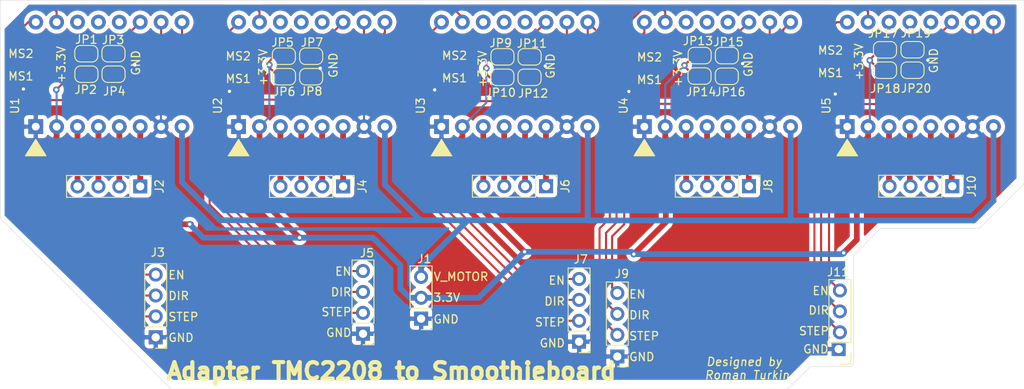
<source format=kicad_pcb>
(kicad_pcb (version 20171130) (host pcbnew "(5.1.5)-3")
  (layers (0 F.Cu signal) (31 B.Cu signal) (34 B.Paste user hide) (35 F.Paste user hide) (36 B.SilkS user hide) (37 F.SilkS user) (38 B.Mask user hide) (39 F.Mask user hide) (44 Edge.Cuts user))
  (net 0 "")
  (net 1 VDD)
  (net 2 +3V3)
  (net 3 GND)
  (net 4 "Net-(J2-Pad4)")
  (net 5 "Net-(J2-Pad3)")
  (net 6 "Net-(J2-Pad2)")
  (net 7 "Net-(J2-Pad1)")
  (net 8 /EN1)
  (net 9 /DIR1)
  (net 10 /ST1)
  (net 11 "Net-(J4-Pad4)")
  (net 12 "Net-(J4-Pad3)")
  (net 13 "Net-(J4-Pad2)")
  (net 14 "Net-(J4-Pad1)")
  (net 15 /EN2)
  (net 16 /DIR2)
  (net 17 /ST2)
  (net 18 "Net-(J6-Pad4)")
  (net 19 "Net-(J6-Pad3)")
  (net 20 "Net-(J6-Pad2)")
  (net 21 "Net-(J6-Pad1)")
  (net 22 /EN3)
  (net 23 /DIR3)
  (net 24 /ST3)
  (net 25 "Net-(J8-Pad4)")
  (net 26 "Net-(J8-Pad3)")
  (net 27 "Net-(J8-Pad2)")
  (net 28 "Net-(J8-Pad1)")
  (net 29 /EN4)
  (net 30 /DIR4)
  (net 31 /ST4)
  (net 32 "Net-(J10-Pad4)")
  (net 33 "Net-(J10-Pad3)")
  (net 34 "Net-(J10-Pad2)")
  (net 35 "Net-(J10-Pad1)")
  (net 36 /EN5)
  (net 37 /DIR5)
  (net 38 /ST5)
  (net 39 /MS2_1)
  (net 40 /MS1_1)
  (net 41 /MS2_2)
  (net 42 /MS1_2)
  (net 43 /MS2_3)
  (net 44 /MS1_3)
  (net 45 /MS2_4)
  (net 46 /MS1_4)
  (net 47 /MS2_5)
  (net 48 "Net-(U1-Pad14)")
  (net 49 "Net-(U1-Pad12)")
  (net 50 "Net-(U1-Pad13)")
  (net 51 "Net-(U2-Pad14)")
  (net 52 "Net-(U2-Pad12)")
  (net 53 "Net-(U2-Pad13)")
  (net 54 "Net-(U3-Pad14)")
  (net 55 "Net-(U3-Pad12)")
  (net 56 "Net-(U3-Pad13)")
  (net 57 "Net-(U4-Pad14)")
  (net 58 "Net-(U4-Pad12)")
  (net 59 "Net-(U4-Pad13)")
  (net 60 "Net-(U5-Pad14)")
  (net 61 "Net-(U5-Pad12)")
  (net 62 "Net-(U5-Pad13)")
  (net 63 /MS1_5)
  (module smoothie_tmc2208:TMC2208_MODULE (layer F.Cu) (at 163.7538 63.7794 90)
    (fp_text reference U5 (at 2.54 -2.54 90) (layer F.SilkS))
    (fp_text value TMC2208-MKS_V2.0)
    (pad 11 thru_hole circle (at 12.7 12.7 90) (size 1.8 1.8) (drill 0.95) (layers *.Cu *.Mask) (net 47 /MS2_5))
    (pad 14 thru_hole circle (at 12.7 5.08 90) (size 1.8 1.8) (drill 0.95) (layers *.Cu *.Mask) (net 60 "Net-(U5-Pad14)"))
    (pad 16 thru_hole circle (at 12.7 0 90) (size 1.8 1.8) (drill 0.95) (layers *.Cu *.Mask) (net 37 /DIR5))
    (pad 12 thru_hole circle (at 12.7 10.16 90) (size 1.8 1.8) (drill 0.95) (layers *.Cu *.Mask) (net 61 "Net-(U5-Pad12)"))
    (pad 13 thru_hole circle (at 12.7 7.62 90) (size 1.8 1.8) (drill 0.95) (layers *.Cu *.Mask) (net 62 "Net-(U5-Pad13)"))
    (pad 10 thru_hole circle (at 12.7 15.24 90) (size 1.8 1.8) (drill 0.95) (layers *.Cu *.Mask) (net 63 /MS1_5))
    (pad 15 thru_hole circle (at 12.7 2.54 90) (size 1.8 1.8) (drill 0.95) (layers *.Cu *.Mask) (net 38 /ST5))
    (pad 9 thru_hole circle (at 12.7 17.78 90) (size 1.8 1.8) (drill 0.95) (layers *.Cu *.Mask) (net 36 /EN5))
    (pad 8 thru_hole circle (at 0 17.78 90) (size 1.8 1.8) (drill 0.95) (layers *.Cu *.Mask) (net 1 VDD))
    (pad 7 thru_hole circle (at 0 15.24 90) (size 1.8 1.8) (drill 0.95) (layers *.Cu *.Mask) (net 3 GND))
    (pad 6 thru_hole circle (at 0 12.7 90) (size 1.8 1.8) (drill 0.95) (layers *.Cu *.Mask) (net 35 "Net-(J10-Pad1)"))
    (pad 5 thru_hole circle (at 0 10.16 90) (size 1.8 1.8) (drill 0.95) (layers *.Cu *.Mask) (net 34 "Net-(J10-Pad2)"))
    (pad 4 thru_hole circle (at 0 7.62 90) (size 1.8 1.8) (drill 0.95) (layers *.Cu *.Mask) (net 33 "Net-(J10-Pad3)"))
    (pad 3 thru_hole circle (at 0 5.08 90) (size 1.8 1.8) (drill 0.95) (layers *.Cu *.Mask) (net 32 "Net-(J10-Pad4)"))
    (pad 2 thru_hole circle (at 0 2.54 90) (size 1.8 1.8) (drill 0.95) (layers *.Cu *.Mask) (net 2 +3V3))
    (pad 1 thru_hole rect (at 0 0 90) (size 1.8 1.8) (drill 0.95) (layers *.Cu *.Mask) (net 3 GND))
  )
  (module smoothie_tmc2208:TMC2208_MODULE (layer F.Cu) (at 139.09675 63.7794 90)
    (fp_text reference U4 (at 2.54 -2.54 90) (layer F.SilkS))
    (fp_text value TMC2208-MKS_V2.0)
    (pad 11 thru_hole circle (at 12.7 12.7 90) (size 1.8 1.8) (drill 0.95) (layers *.Cu *.Mask) (net 45 /MS2_4))
    (pad 14 thru_hole circle (at 12.7 5.08 90) (size 1.8 1.8) (drill 0.95) (layers *.Cu *.Mask) (net 57 "Net-(U4-Pad14)"))
    (pad 16 thru_hole circle (at 12.7 0 90) (size 1.8 1.8) (drill 0.95) (layers *.Cu *.Mask) (net 30 /DIR4))
    (pad 12 thru_hole circle (at 12.7 10.16 90) (size 1.8 1.8) (drill 0.95) (layers *.Cu *.Mask) (net 58 "Net-(U4-Pad12)"))
    (pad 13 thru_hole circle (at 12.7 7.62 90) (size 1.8 1.8) (drill 0.95) (layers *.Cu *.Mask) (net 59 "Net-(U4-Pad13)"))
    (pad 10 thru_hole circle (at 12.7 15.24 90) (size 1.8 1.8) (drill 0.95) (layers *.Cu *.Mask) (net 46 /MS1_4))
    (pad 15 thru_hole circle (at 12.7 2.54 90) (size 1.8 1.8) (drill 0.95) (layers *.Cu *.Mask) (net 31 /ST4))
    (pad 9 thru_hole circle (at 12.7 17.78 90) (size 1.8 1.8) (drill 0.95) (layers *.Cu *.Mask) (net 29 /EN4))
    (pad 8 thru_hole circle (at 0 17.78 90) (size 1.8 1.8) (drill 0.95) (layers *.Cu *.Mask) (net 1 VDD))
    (pad 7 thru_hole circle (at 0 15.24 90) (size 1.8 1.8) (drill 0.95) (layers *.Cu *.Mask) (net 3 GND))
    (pad 6 thru_hole circle (at 0 12.7 90) (size 1.8 1.8) (drill 0.95) (layers *.Cu *.Mask) (net 28 "Net-(J8-Pad1)"))
    (pad 5 thru_hole circle (at 0 10.16 90) (size 1.8 1.8) (drill 0.95) (layers *.Cu *.Mask) (net 27 "Net-(J8-Pad2)"))
    (pad 4 thru_hole circle (at 0 7.62 90) (size 1.8 1.8) (drill 0.95) (layers *.Cu *.Mask) (net 26 "Net-(J8-Pad3)"))
    (pad 3 thru_hole circle (at 0 5.08 90) (size 1.8 1.8) (drill 0.95) (layers *.Cu *.Mask) (net 25 "Net-(J8-Pad4)"))
    (pad 2 thru_hole circle (at 0 2.54 90) (size 1.8 1.8) (drill 0.95) (layers *.Cu *.Mask) (net 2 +3V3))
    (pad 1 thru_hole rect (at 0 0 90) (size 1.8 1.8) (drill 0.95) (layers *.Cu *.Mask) (net 3 GND))
  )
  (module smoothie_tmc2208:TMC2208_MODULE (layer F.Cu) (at 114.4397 63.7794 90)
    (fp_text reference U3 (at 2.54 -2.54 90) (layer F.SilkS))
    (fp_text value TMC2208-MKS_V2.0)
    (pad 11 thru_hole circle (at 12.7 12.7 90) (size 1.8 1.8) (drill 0.95) (layers *.Cu *.Mask) (net 43 /MS2_3))
    (pad 14 thru_hole circle (at 12.7 5.08 90) (size 1.8 1.8) (drill 0.95) (layers *.Cu *.Mask) (net 54 "Net-(U3-Pad14)"))
    (pad 16 thru_hole circle (at 12.7 0 90) (size 1.8 1.8) (drill 0.95) (layers *.Cu *.Mask) (net 23 /DIR3))
    (pad 12 thru_hole circle (at 12.7 10.16 90) (size 1.8 1.8) (drill 0.95) (layers *.Cu *.Mask) (net 55 "Net-(U3-Pad12)"))
    (pad 13 thru_hole circle (at 12.7 7.62 90) (size 1.8 1.8) (drill 0.95) (layers *.Cu *.Mask) (net 56 "Net-(U3-Pad13)"))
    (pad 10 thru_hole circle (at 12.7 15.24 90) (size 1.8 1.8) (drill 0.95) (layers *.Cu *.Mask) (net 44 /MS1_3))
    (pad 15 thru_hole circle (at 12.7 2.54 90) (size 1.8 1.8) (drill 0.95) (layers *.Cu *.Mask) (net 24 /ST3))
    (pad 9 thru_hole circle (at 12.7 17.78 90) (size 1.8 1.8) (drill 0.95) (layers *.Cu *.Mask) (net 22 /EN3))
    (pad 8 thru_hole circle (at 0 17.78 90) (size 1.8 1.8) (drill 0.95) (layers *.Cu *.Mask) (net 1 VDD))
    (pad 7 thru_hole circle (at 0 15.24 90) (size 1.8 1.8) (drill 0.95) (layers *.Cu *.Mask) (net 3 GND))
    (pad 6 thru_hole circle (at 0 12.7 90) (size 1.8 1.8) (drill 0.95) (layers *.Cu *.Mask) (net 21 "Net-(J6-Pad1)"))
    (pad 5 thru_hole circle (at 0 10.16 90) (size 1.8 1.8) (drill 0.95) (layers *.Cu *.Mask) (net 20 "Net-(J6-Pad2)"))
    (pad 4 thru_hole circle (at 0 7.62 90) (size 1.8 1.8) (drill 0.95) (layers *.Cu *.Mask) (net 19 "Net-(J6-Pad3)"))
    (pad 3 thru_hole circle (at 0 5.08 90) (size 1.8 1.8) (drill 0.95) (layers *.Cu *.Mask) (net 18 "Net-(J6-Pad4)"))
    (pad 2 thru_hole circle (at 0 2.54 90) (size 1.8 1.8) (drill 0.95) (layers *.Cu *.Mask) (net 2 +3V3))
    (pad 1 thru_hole rect (at 0 0 90) (size 1.8 1.8) (drill 0.95) (layers *.Cu *.Mask) (net 3 GND))
  )
  (module smoothie_tmc2208:TMC2208_MODULE (layer F.Cu) (at 89.78265 63.7794 90)
    (fp_text reference U2 (at 2.54 -2.54 90) (layer F.SilkS))
    (fp_text value TMC2208-MKS_V2.0)
    (pad 11 thru_hole circle (at 12.7 12.7 90) (size 1.8 1.8) (drill 0.95) (layers *.Cu *.Mask) (net 41 /MS2_2))
    (pad 14 thru_hole circle (at 12.7 5.08 90) (size 1.8 1.8) (drill 0.95) (layers *.Cu *.Mask) (net 51 "Net-(U2-Pad14)"))
    (pad 16 thru_hole circle (at 12.7 0 90) (size 1.8 1.8) (drill 0.95) (layers *.Cu *.Mask) (net 16 /DIR2))
    (pad 12 thru_hole circle (at 12.7 10.16 90) (size 1.8 1.8) (drill 0.95) (layers *.Cu *.Mask) (net 52 "Net-(U2-Pad12)"))
    (pad 13 thru_hole circle (at 12.7 7.62 90) (size 1.8 1.8) (drill 0.95) (layers *.Cu *.Mask) (net 53 "Net-(U2-Pad13)"))
    (pad 10 thru_hole circle (at 12.7 15.24 90) (size 1.8 1.8) (drill 0.95) (layers *.Cu *.Mask) (net 42 /MS1_2))
    (pad 15 thru_hole circle (at 12.7 2.54 90) (size 1.8 1.8) (drill 0.95) (layers *.Cu *.Mask) (net 17 /ST2))
    (pad 9 thru_hole circle (at 12.7 17.78 90) (size 1.8 1.8) (drill 0.95) (layers *.Cu *.Mask) (net 15 /EN2))
    (pad 8 thru_hole circle (at 0 17.78 90) (size 1.8 1.8) (drill 0.95) (layers *.Cu *.Mask) (net 1 VDD))
    (pad 7 thru_hole circle (at 0 15.24 90) (size 1.8 1.8) (drill 0.95) (layers *.Cu *.Mask) (net 3 GND))
    (pad 6 thru_hole circle (at 0 12.7 90) (size 1.8 1.8) (drill 0.95) (layers *.Cu *.Mask) (net 14 "Net-(J4-Pad1)"))
    (pad 5 thru_hole circle (at 0 10.16 90) (size 1.8 1.8) (drill 0.95) (layers *.Cu *.Mask) (net 13 "Net-(J4-Pad2)"))
    (pad 4 thru_hole circle (at 0 7.62 90) (size 1.8 1.8) (drill 0.95) (layers *.Cu *.Mask) (net 12 "Net-(J4-Pad3)"))
    (pad 3 thru_hole circle (at 0 5.08 90) (size 1.8 1.8) (drill 0.95) (layers *.Cu *.Mask) (net 11 "Net-(J4-Pad4)"))
    (pad 2 thru_hole circle (at 0 2.54 90) (size 1.8 1.8) (drill 0.95) (layers *.Cu *.Mask) (net 2 +3V3))
    (pad 1 thru_hole rect (at 0 0 90) (size 1.8 1.8) (drill 0.95) (layers *.Cu *.Mask) (net 3 GND))
  )
  (module smoothie_tmc2208:TMC2208_MODULE (layer F.Cu) (at 65.1256 63.7794 90)
    (fp_text reference U1 (at 2.54 -2.54 90) (layer F.SilkS))
    (fp_text value TMC2208-MKS_V2.0)
    (pad 11 thru_hole circle (at 12.7 12.7 90) (size 1.8 1.8) (drill 0.95) (layers *.Cu *.Mask) (net 39 /MS2_1))
    (pad 14 thru_hole circle (at 12.7 5.08 90) (size 1.8 1.8) (drill 0.95) (layers *.Cu *.Mask) (net 48 "Net-(U1-Pad14)"))
    (pad 16 thru_hole circle (at 12.7 0 90) (size 1.8 1.8) (drill 0.95) (layers *.Cu *.Mask) (net 9 /DIR1))
    (pad 12 thru_hole circle (at 12.7 10.16 90) (size 1.8 1.8) (drill 0.95) (layers *.Cu *.Mask) (net 49 "Net-(U1-Pad12)"))
    (pad 13 thru_hole circle (at 12.7 7.62 90) (size 1.8 1.8) (drill 0.95) (layers *.Cu *.Mask) (net 50 "Net-(U1-Pad13)"))
    (pad 10 thru_hole circle (at 12.7 15.24 90) (size 1.8 1.8) (drill 0.95) (layers *.Cu *.Mask) (net 40 /MS1_1))
    (pad 15 thru_hole circle (at 12.7 2.54 90) (size 1.8 1.8) (drill 0.95) (layers *.Cu *.Mask) (net 10 /ST1))
    (pad 9 thru_hole circle (at 12.7 17.78 90) (size 1.8 1.8) (drill 0.95) (layers *.Cu *.Mask) (net 8 /EN1))
    (pad 8 thru_hole circle (at 0 17.78 90) (size 1.8 1.8) (drill 0.95) (layers *.Cu *.Mask) (net 1 VDD))
    (pad 7 thru_hole circle (at 0 15.24 90) (size 1.8 1.8) (drill 0.95) (layers *.Cu *.Mask) (net 3 GND))
    (pad 6 thru_hole circle (at 0 12.7 90) (size 1.8 1.8) (drill 0.95) (layers *.Cu *.Mask) (net 7 "Net-(J2-Pad1)"))
    (pad 5 thru_hole circle (at 0 10.16 90) (size 1.8 1.8) (drill 0.95) (layers *.Cu *.Mask) (net 6 "Net-(J2-Pad2)"))
    (pad 4 thru_hole circle (at 0 7.62 90) (size 1.8 1.8) (drill 0.95) (layers *.Cu *.Mask) (net 5 "Net-(J2-Pad3)"))
    (pad 3 thru_hole circle (at 0 5.08 90) (size 1.8 1.8) (drill 0.95) (layers *.Cu *.Mask) (net 4 "Net-(J2-Pad4)"))
    (pad 2 thru_hole circle (at 0 2.54 90) (size 1.8 1.8) (drill 0.95) (layers *.Cu *.Mask) (net 2 +3V3))
    (pad 1 thru_hole rect (at 0 0 90) (size 1.8 1.8) (drill 0.95) (layers *.Cu *.Mask) (net 3 GND))
  )
  (module Jumper:SolderJumper-2_P1.3mm_Open_RoundedPad1.0x1.5mm (layer F.Cu) (at 171.6936 56.9214)
    (fp_text reference JP20 (at 0.4422 2.2098) (layer F.SilkS))
    (fp_text value SolderJumper_2_Open)
    (pad 2 smd custom (at 0.65 0) (size 1 0.5) (layers F.Cu F.Mask) (net 3 GND) (options (clearance outline) (anchor rect)) (primitives (gr_circle (center 0 0.25) (end 0.5 0.25) (width 0)) (gr_circle (center 0 -0.25) (end 0.5 -0.25) (width 0)) (gr_poly (pts (xy 0 -0.75) (xy -0.5 -0.75) (xy -0.5 0.75) (xy 0 0.75)) (width 0))))
    (pad 1 smd custom (at -0.65 0) (size 1 0.5) (layers F.Cu F.Mask) (net 63 /MS1_5) (options (clearance outline) (anchor rect)) (primitives (gr_circle (center 0 0.25) (end 0.5 0.25) (width 0)) (gr_circle (center 0 -0.25) (end 0.5 -0.25) (width 0)) (gr_poly (pts (xy 0 -0.75) (xy 0.5 -0.75) (xy 0.5 0.75) (xy 0 0.75)) (width 0))))
  )
  (module Jumper:SolderJumper-2_P1.3mm_Open_RoundedPad1.0x1.5mm (layer F.Cu) (at 171.6936 54.4322)
    (fp_text reference JP19 (at 0.4168 -2.0066) (layer F.SilkS))
    (fp_text value SolderJumper_2_Open)
    (pad 2 smd custom (at 0.65 0) (size 1 0.5) (layers F.Cu F.Mask) (net 3 GND) (options (clearance outline) (anchor rect)) (primitives (gr_circle (center 0 0.25) (end 0.5 0.25) (width 0)) (gr_circle (center 0 -0.25) (end 0.5 -0.25) (width 0)) (gr_poly (pts (xy 0 -0.75) (xy -0.5 -0.75) (xy -0.5 0.75) (xy 0 0.75)) (width 0))))
    (pad 1 smd custom (at -0.65 0) (size 1 0.5) (layers F.Cu F.Mask) (net 47 /MS2_5) (options (clearance outline) (anchor rect)) (primitives (gr_circle (center 0 0.25) (end 0.5 0.25) (width 0)) (gr_circle (center 0 -0.25) (end 0.5 -0.25) (width 0)) (gr_poly (pts (xy 0 -0.75) (xy 0.5 -0.75) (xy 0.5 0.75) (xy 0 0.75)) (width 0))))
  )
  (module Jumper:SolderJumper-2_P1.3mm_Bridged_RoundedPad1.0x1.5mm (layer F.Cu) (at 168.3512 56.9214)
    (fp_text reference JP18 (at 0.0254 2.2352) (layer F.SilkS))
    (fp_text value SolderJumper_2_Bridged)
    (fp_poly (pts (xy 0.25 -0.3) (xy -0.25 -0.3) (xy -0.25 0.3) (xy 0.25 0.3)) (layer F.Cu) (width 0))
    (pad 1 smd custom (at -0.65 0) (size 1 0.5) (layers F.Cu F.Mask) (net 2 +3V3) (options (clearance outline) (anchor rect)) (primitives (gr_circle (center 0 0.25) (end 0.5 0.25) (width 0)) (gr_circle (center 0 -0.25) (end 0.5 -0.25) (width 0)) (gr_poly (pts (xy 0 -0.75) (xy 0.5 -0.75) (xy 0.5 0.75) (xy 0 0.75)) (width 0))))
    (pad 2 smd custom (at 0.65 0) (size 1 0.5) (layers F.Cu F.Mask) (net 63 /MS1_5) (options (clearance outline) (anchor rect)) (primitives (gr_circle (center 0 0.25) (end 0.5 0.25) (width 0)) (gr_circle (center 0 -0.25) (end 0.5 -0.25) (width 0)) (gr_poly (pts (xy 0 -0.75) (xy -0.5 -0.75) (xy -0.5 0.75) (xy 0 0.75)) (width 0))))
  )
  (module Jumper:SolderJumper-2_P1.3mm_Bridged_RoundedPad1.0x1.5mm (layer F.Cu) (at 168.3432 54.44265)
    (fp_text reference JP17 (at -0.2206 -1.99165) (layer F.SilkS))
    (fp_text value SolderJumper_2_Bridged)
    (fp_poly (pts (xy 0.25 -0.3) (xy -0.25 -0.3) (xy -0.25 0.3) (xy 0.25 0.3)) (layer F.Cu) (width 0))
    (pad 1 smd custom (at -0.65 0) (size 1 0.5) (layers F.Cu F.Mask) (net 2 +3V3) (options (clearance outline) (anchor rect)) (primitives (gr_circle (center 0 0.25) (end 0.5 0.25) (width 0)) (gr_circle (center 0 -0.25) (end 0.5 -0.25) (width 0)) (gr_poly (pts (xy 0 -0.75) (xy 0.5 -0.75) (xy 0.5 0.75) (xy 0 0.75)) (width 0))))
    (pad 2 smd custom (at 0.65 0) (size 1 0.5) (layers F.Cu F.Mask) (net 47 /MS2_5) (options (clearance outline) (anchor rect)) (primitives (gr_circle (center 0 0.25) (end 0.5 0.25) (width 0)) (gr_circle (center 0 -0.25) (end 0.5 -0.25) (width 0)) (gr_poly (pts (xy 0 -0.75) (xy -0.5 -0.75) (xy -0.5 0.75) (xy 0 0.75)) (width 0))))
  )
  (module Jumper:SolderJumper-2_P1.3mm_Open_RoundedPad1.0x1.5mm (layer F.Cu) (at 149.1234 57.658)
    (fp_text reference JP16 (at 0.4318 1.905) (layer F.SilkS))
    (fp_text value SolderJumper_2_Open)
    (pad 2 smd custom (at 0.65 0) (size 1 0.5) (layers F.Cu F.Mask) (net 3 GND) (options (clearance outline) (anchor rect)) (primitives (gr_circle (center 0 0.25) (end 0.5 0.25) (width 0)) (gr_circle (center 0 -0.25) (end 0.5 -0.25) (width 0)) (gr_poly (pts (xy 0 -0.75) (xy -0.5 -0.75) (xy -0.5 0.75) (xy 0 0.75)) (width 0))))
    (pad 1 smd custom (at -0.65 0) (size 1 0.5) (layers F.Cu F.Mask) (net 46 /MS1_4) (options (clearance outline) (anchor rect)) (primitives (gr_circle (center 0 0.25) (end 0.5 0.25) (width 0)) (gr_circle (center 0 -0.25) (end 0.5 -0.25) (width 0)) (gr_poly (pts (xy 0 -0.75) (xy 0.5 -0.75) (xy 0.5 0.75) (xy 0 0.75)) (width 0))))
  )
  (module Jumper:SolderJumper-2_P1.3mm_Open_RoundedPad1.0x1.5mm (layer F.Cu) (at 149.1234 55.1434)
    (fp_text reference JP15 (at 0.2032 -1.651) (layer F.SilkS))
    (fp_text value SolderJumper_2_Open)
    (pad 2 smd custom (at 0.65 0) (size 1 0.5) (layers F.Cu F.Mask) (net 3 GND) (options (clearance outline) (anchor rect)) (primitives (gr_circle (center 0 0.25) (end 0.5 0.25) (width 0)) (gr_circle (center 0 -0.25) (end 0.5 -0.25) (width 0)) (gr_poly (pts (xy 0 -0.75) (xy -0.5 -0.75) (xy -0.5 0.75) (xy 0 0.75)) (width 0))))
    (pad 1 smd custom (at -0.65 0) (size 1 0.5) (layers F.Cu F.Mask) (net 45 /MS2_4) (options (clearance outline) (anchor rect)) (primitives (gr_circle (center 0 0.25) (end 0.5 0.25) (width 0)) (gr_circle (center 0 -0.25) (end 0.5 -0.25) (width 0)) (gr_poly (pts (xy 0 -0.75) (xy 0.5 -0.75) (xy 0.5 0.75) (xy 0 0.75)) (width 0))))
  )
  (module Jumper:SolderJumper-2_P1.3mm_Bridged_RoundedPad1.0x1.5mm (layer F.Cu) (at 145.8064 57.6326)
    (fp_text reference JP14 (at 0.1928 1.9304) (layer F.SilkS))
    (fp_text value SolderJumper_2_Bridged)
    (fp_poly (pts (xy 0.25 -0.3) (xy -0.25 -0.3) (xy -0.25 0.3) (xy 0.25 0.3)) (layer F.Cu) (width 0))
    (pad 1 smd custom (at -0.65 0) (size 1 0.5) (layers F.Cu F.Mask) (net 2 +3V3) (options (clearance outline) (anchor rect)) (primitives (gr_circle (center 0 0.25) (end 0.5 0.25) (width 0)) (gr_circle (center 0 -0.25) (end 0.5 -0.25) (width 0)) (gr_poly (pts (xy 0 -0.75) (xy 0.5 -0.75) (xy 0.5 0.75) (xy 0 0.75)) (width 0))))
    (pad 2 smd custom (at 0.65 0) (size 1 0.5) (layers F.Cu F.Mask) (net 46 /MS1_4) (options (clearance outline) (anchor rect)) (primitives (gr_circle (center 0 0.25) (end 0.5 0.25) (width 0)) (gr_circle (center 0 -0.25) (end 0.5 -0.25) (width 0)) (gr_poly (pts (xy 0 -0.75) (xy -0.5 -0.75) (xy -0.5 0.75) (xy 0 0.75)) (width 0))))
  )
  (module Jumper:SolderJumper-2_P1.3mm_Bridged_RoundedPad1.0x1.5mm (layer F.Cu) (at 145.8214 55.1434)
    (fp_text reference JP13 (at -0.2032 -1.778) (layer F.SilkS))
    (fp_text value SolderJumper_2_Bridged)
    (fp_poly (pts (xy 0.25 -0.3) (xy -0.25 -0.3) (xy -0.25 0.3) (xy 0.25 0.3)) (layer F.Cu) (width 0))
    (pad 1 smd custom (at -0.65 0) (size 1 0.5) (layers F.Cu F.Mask) (net 2 +3V3) (options (clearance outline) (anchor rect)) (primitives (gr_circle (center 0 0.25) (end 0.5 0.25) (width 0)) (gr_circle (center 0 -0.25) (end 0.5 -0.25) (width 0)) (gr_poly (pts (xy 0 -0.75) (xy 0.5 -0.75) (xy 0.5 0.75) (xy 0 0.75)) (width 0))))
    (pad 2 smd custom (at 0.65 0) (size 1 0.5) (layers F.Cu F.Mask) (net 45 /MS2_4) (options (clearance outline) (anchor rect)) (primitives (gr_circle (center 0 0.25) (end 0.5 0.25) (width 0)) (gr_circle (center 0 -0.25) (end 0.5 -0.25) (width 0)) (gr_poly (pts (xy 0 -0.75) (xy -0.5 -0.75) (xy -0.5 0.75) (xy 0 0.75)) (width 0))))
  )
  (module Jumper:SolderJumper-2_P1.3mm_Open_RoundedPad1.0x1.5mm (layer F.Cu) (at 125.1458 57.785)
    (fp_text reference JP12 (at 0.4318 1.9558) (layer F.SilkS))
    (fp_text value SolderJumper_2_Open)
    (pad 2 smd custom (at 0.65 0) (size 1 0.5) (layers F.Cu F.Mask) (net 3 GND) (options (clearance outline) (anchor rect)) (primitives (gr_circle (center 0 0.25) (end 0.5 0.25) (width 0)) (gr_circle (center 0 -0.25) (end 0.5 -0.25) (width 0)) (gr_poly (pts (xy 0 -0.75) (xy -0.5 -0.75) (xy -0.5 0.75) (xy 0 0.75)) (width 0))))
    (pad 1 smd custom (at -0.65 0) (size 1 0.5) (layers F.Cu F.Mask) (net 44 /MS1_3) (options (clearance outline) (anchor rect)) (primitives (gr_circle (center 0 0.25) (end 0.5 0.25) (width 0)) (gr_circle (center 0 -0.25) (end 0.5 -0.25) (width 0)) (gr_poly (pts (xy 0 -0.75) (xy 0.5 -0.75) (xy 0.5 0.75) (xy 0 0.75)) (width 0))))
  )
  (module Jumper:SolderJumper-2_P1.3mm_Open_RoundedPad1.0x1.5mm (layer F.Cu) (at 125.1562 55.2958)
    (fp_text reference JP11 (at 0.269 -1.6256) (layer F.SilkS))
    (fp_text value SolderJumper_2_Open)
    (pad 2 smd custom (at 0.65 0) (size 1 0.5) (layers F.Cu F.Mask) (net 3 GND) (options (clearance outline) (anchor rect)) (primitives (gr_circle (center 0 0.25) (end 0.5 0.25) (width 0)) (gr_circle (center 0 -0.25) (end 0.5 -0.25) (width 0)) (gr_poly (pts (xy 0 -0.75) (xy -0.5 -0.75) (xy -0.5 0.75) (xy 0 0.75)) (width 0))))
    (pad 1 smd custom (at -0.65 0) (size 1 0.5) (layers F.Cu F.Mask) (net 43 /MS2_3) (options (clearance outline) (anchor rect)) (primitives (gr_circle (center 0 0.25) (end 0.5 0.25) (width 0)) (gr_circle (center 0 -0.25) (end 0.5 -0.25) (width 0)) (gr_poly (pts (xy 0 -0.75) (xy 0.5 -0.75) (xy 0.5 0.75) (xy 0 0.75)) (width 0))))
  )
  (module Jumper:SolderJumper-2_P1.3mm_Bridged_RoundedPad1.0x1.5mm (layer F.Cu) (at 121.8438 57.785)
    (fp_text reference JP10 (at -0.2032 1.8542) (layer F.SilkS))
    (fp_text value SolderJumper_2_Bridged)
    (fp_poly (pts (xy 0.25 -0.3) (xy -0.25 -0.3) (xy -0.25 0.3) (xy 0.25 0.3)) (layer F.Cu) (width 0))
    (pad 1 smd custom (at -0.65 0) (size 1 0.5) (layers F.Cu F.Mask) (net 2 +3V3) (options (clearance outline) (anchor rect)) (primitives (gr_circle (center 0 0.25) (end 0.5 0.25) (width 0)) (gr_circle (center 0 -0.25) (end 0.5 -0.25) (width 0)) (gr_poly (pts (xy 0 -0.75) (xy 0.5 -0.75) (xy 0.5 0.75) (xy 0 0.75)) (width 0))))
    (pad 2 smd custom (at 0.65 0) (size 1 0.5) (layers F.Cu F.Mask) (net 44 /MS1_3) (options (clearance outline) (anchor rect)) (primitives (gr_circle (center 0 0.25) (end 0.5 0.25) (width 0)) (gr_circle (center 0 -0.25) (end 0.5 -0.25) (width 0)) (gr_poly (pts (xy 0 -0.75) (xy -0.5 -0.75) (xy -0.5 0.75) (xy 0 0.75)) (width 0))))
  )
  (module Jumper:SolderJumper-2_P1.3mm_Bridged_RoundedPad1.0x1.5mm (layer F.Cu) (at 121.8542 55.2958)
    (fp_text reference JP9 (at -0.2136 -1.6764) (layer F.SilkS))
    (fp_text value SolderJumper_2_Bridged)
    (fp_poly (pts (xy 0.25 -0.3) (xy -0.25 -0.3) (xy -0.25 0.3) (xy 0.25 0.3)) (layer F.Cu) (width 0))
    (pad 1 smd custom (at -0.65 0) (size 1 0.5) (layers F.Cu F.Mask) (net 2 +3V3) (options (clearance outline) (anchor rect)) (primitives (gr_circle (center 0 0.25) (end 0.5 0.25) (width 0)) (gr_circle (center 0 -0.25) (end 0.5 -0.25) (width 0)) (gr_poly (pts (xy 0 -0.75) (xy 0.5 -0.75) (xy 0.5 0.75) (xy 0 0.75)) (width 0))))
    (pad 2 smd custom (at 0.65 0) (size 1 0.5) (layers F.Cu F.Mask) (net 43 /MS2_3) (options (clearance outline) (anchor rect)) (primitives (gr_circle (center 0 0.25) (end 0.5 0.25) (width 0)) (gr_circle (center 0 -0.25) (end 0.5 -0.25) (width 0)) (gr_poly (pts (xy 0 -0.75) (xy -0.5 -0.75) (xy -0.5 0.75) (xy 0 0.75)) (width 0))))
  )
  (module Jumper:SolderJumper-2_P1.3mm_Open_RoundedPad1.0x1.5mm (layer F.Cu) (at 98.6028 57.7088)
    (fp_text reference JP8 (at 0 1.778) (layer F.SilkS))
    (fp_text value SolderJumper_2_Open)
    (pad 2 smd custom (at 0.65 0) (size 1 0.5) (layers F.Cu F.Mask) (net 3 GND) (options (clearance outline) (anchor rect)) (primitives (gr_circle (center 0 0.25) (end 0.5 0.25) (width 0)) (gr_circle (center 0 -0.25) (end 0.5 -0.25) (width 0)) (gr_poly (pts (xy 0 -0.75) (xy -0.5 -0.75) (xy -0.5 0.75) (xy 0 0.75)) (width 0))))
    (pad 1 smd custom (at -0.65 0) (size 1 0.5) (layers F.Cu F.Mask) (net 42 /MS1_2) (options (clearance outline) (anchor rect)) (primitives (gr_circle (center 0 0.25) (end 0.5 0.25) (width 0)) (gr_circle (center 0 -0.25) (end 0.5 -0.25) (width 0)) (gr_poly (pts (xy 0 -0.75) (xy 0.5 -0.75) (xy 0.5 0.75) (xy 0 0.75)) (width 0))))
  )
  (module Jumper:SolderJumper-2_P1.3mm_Open_RoundedPad1.0x1.5mm (layer F.Cu) (at 98.6028 55.2196)
    (fp_text reference JP7 (at 0.1016 -1.6764) (layer F.SilkS))
    (fp_text value SolderJumper_2_Open)
    (pad 2 smd custom (at 0.65 0) (size 1 0.5) (layers F.Cu F.Mask) (net 3 GND) (options (clearance outline) (anchor rect)) (primitives (gr_circle (center 0 0.25) (end 0.5 0.25) (width 0)) (gr_circle (center 0 -0.25) (end 0.5 -0.25) (width 0)) (gr_poly (pts (xy 0 -0.75) (xy -0.5 -0.75) (xy -0.5 0.75) (xy 0 0.75)) (width 0))))
    (pad 1 smd custom (at -0.65 0) (size 1 0.5) (layers F.Cu F.Mask) (net 41 /MS2_2) (options (clearance outline) (anchor rect)) (primitives (gr_circle (center 0 0.25) (end 0.5 0.25) (width 0)) (gr_circle (center 0 -0.25) (end 0.5 -0.25) (width 0)) (gr_poly (pts (xy 0 -0.75) (xy 0.5 -0.75) (xy 0.5 0.75) (xy 0 0.75)) (width 0))))
  )
  (module Jumper:SolderJumper-2_P1.3mm_Bridged_RoundedPad1.0x1.5mm (layer F.Cu) (at 95.3008 57.7088)
    (fp_text reference JP6 (at 0.0254 1.8288) (layer F.SilkS))
    (fp_text value SolderJumper_2_Bridged)
    (fp_poly (pts (xy 0.25 -0.3) (xy -0.25 -0.3) (xy -0.25 0.3) (xy 0.25 0.3)) (layer F.Cu) (width 0))
    (pad 1 smd custom (at -0.65 0) (size 1 0.5) (layers F.Cu F.Mask) (net 2 +3V3) (options (clearance outline) (anchor rect)) (primitives (gr_circle (center 0 0.25) (end 0.5 0.25) (width 0)) (gr_circle (center 0 -0.25) (end 0.5 -0.25) (width 0)) (gr_poly (pts (xy 0 -0.75) (xy 0.5 -0.75) (xy 0.5 0.75) (xy 0 0.75)) (width 0))))
    (pad 2 smd custom (at 0.65 0) (size 1 0.5) (layers F.Cu F.Mask) (net 42 /MS1_2) (options (clearance outline) (anchor rect)) (primitives (gr_circle (center 0 0.25) (end 0.5 0.25) (width 0)) (gr_circle (center 0 -0.25) (end 0.5 -0.25) (width 0)) (gr_poly (pts (xy 0 -0.75) (xy -0.5 -0.75) (xy -0.5 0.75) (xy 0 0.75)) (width 0))))
  )
  (module Jumper:SolderJumper-2_P1.3mm_Bridged_RoundedPad1.0x1.5mm (layer F.Cu) (at 95.2858 55.2196)
    (fp_text reference JP5 (at -0.1628 -1.6764) (layer F.SilkS))
    (fp_text value SolderJumper_2_Bridged)
    (fp_poly (pts (xy 0.25 -0.3) (xy -0.25 -0.3) (xy -0.25 0.3) (xy 0.25 0.3)) (layer F.Cu) (width 0))
    (pad 1 smd custom (at -0.65 0) (size 1 0.5) (layers F.Cu F.Mask) (net 2 +3V3) (options (clearance outline) (anchor rect)) (primitives (gr_circle (center 0 0.25) (end 0.5 0.25) (width 0)) (gr_circle (center 0 -0.25) (end 0.5 -0.25) (width 0)) (gr_poly (pts (xy 0 -0.75) (xy 0.5 -0.75) (xy 0.5 0.75) (xy 0 0.75)) (width 0))))
    (pad 2 smd custom (at 0.65 0) (size 1 0.5) (layers F.Cu F.Mask) (net 41 /MS2_2) (options (clearance outline) (anchor rect)) (primitives (gr_circle (center 0 0.25) (end 0.5 0.25) (width 0)) (gr_circle (center 0 -0.25) (end 0.5 -0.25) (width 0)) (gr_poly (pts (xy 0 -0.75) (xy -0.5 -0.75) (xy -0.5 0.75) (xy 0 0.75)) (width 0))))
  )
  (module Jumper:SolderJumper-2_P1.3mm_Open_RoundedPad1.0x1.5mm (layer F.Cu) (at 74.5848 57.404)
    (fp_text reference JP4 (at 0.0912 2.0828) (layer F.SilkS))
    (fp_text value SolderJumper_2_Open)
    (pad 2 smd custom (at 0.65 0) (size 1 0.5) (layers F.Cu F.Mask) (net 3 GND) (options (clearance outline) (anchor rect)) (primitives (gr_circle (center 0 0.25) (end 0.5 0.25) (width 0)) (gr_circle (center 0 -0.25) (end 0.5 -0.25) (width 0)) (gr_poly (pts (xy 0 -0.75) (xy -0.5 -0.75) (xy -0.5 0.75) (xy 0 0.75)) (width 0))))
    (pad 1 smd custom (at -0.65 0) (size 1 0.5) (layers F.Cu F.Mask) (net 40 /MS1_1) (options (clearance outline) (anchor rect)) (primitives (gr_circle (center 0 0.25) (end 0.5 0.25) (width 0)) (gr_circle (center 0 -0.25) (end 0.5 -0.25) (width 0)) (gr_poly (pts (xy 0 -0.75) (xy 0.5 -0.75) (xy 0.5 0.75) (xy 0 0.75)) (width 0))))
  )
  (module Jumper:SolderJumper-2_P1.3mm_Open_RoundedPad1.0x1.5mm (layer F.Cu) (at 74.5744 54.9148)
    (fp_text reference JP3 (at -0.0508 -1.6764) (layer F.SilkS))
    (fp_text value SolderJumper_2_Open)
    (pad 2 smd custom (at 0.65 0) (size 1 0.5) (layers F.Cu F.Mask) (net 3 GND) (options (clearance outline) (anchor rect)) (primitives (gr_circle (center 0 0.25) (end 0.5 0.25) (width 0)) (gr_circle (center 0 -0.25) (end 0.5 -0.25) (width 0)) (gr_poly (pts (xy 0 -0.75) (xy -0.5 -0.75) (xy -0.5 0.75) (xy 0 0.75)) (width 0))))
    (pad 1 smd custom (at -0.65 0) (size 1 0.5) (layers F.Cu F.Mask) (net 39 /MS2_1) (options (clearance outline) (anchor rect)) (primitives (gr_circle (center 0 0.25) (end 0.5 0.25) (width 0)) (gr_circle (center 0 -0.25) (end 0.5 -0.25) (width 0)) (gr_poly (pts (xy 0 -0.75) (xy 0.5 -0.75) (xy 0.5 0.75) (xy 0 0.75)) (width 0))))
  )
  (module Jumper:SolderJumper-2_P1.3mm_Bridged_RoundedPad1.0x1.5mm (layer F.Cu) (at 71.2828 57.404)
    (fp_text reference JP2 (at -0.0866 1.8796) (layer F.SilkS))
    (fp_text value SolderJumper_2_Bridged)
    (fp_poly (pts (xy 0.25 -0.3) (xy -0.25 -0.3) (xy -0.25 0.3) (xy 0.25 0.3)) (layer F.Cu) (width 0))
    (pad 1 smd custom (at -0.65 0) (size 1 0.5) (layers F.Cu F.Mask) (net 2 +3V3) (options (clearance outline) (anchor rect)) (primitives (gr_circle (center 0 0.25) (end 0.5 0.25) (width 0)) (gr_circle (center 0 -0.25) (end 0.5 -0.25) (width 0)) (gr_poly (pts (xy 0 -0.75) (xy 0.5 -0.75) (xy 0.5 0.75) (xy 0 0.75)) (width 0))))
    (pad 2 smd custom (at 0.65 0) (size 1 0.5) (layers F.Cu F.Mask) (net 40 /MS1_1) (options (clearance outline) (anchor rect)) (primitives (gr_circle (center 0 0.25) (end 0.5 0.25) (width 0)) (gr_circle (center 0 -0.25) (end 0.5 -0.25) (width 0)) (gr_poly (pts (xy 0 -0.75) (xy -0.5 -0.75) (xy -0.5 0.75) (xy 0 0.75)) (width 0))))
  )
  (module Jumper:SolderJumper-2_P1.3mm_Bridged_RoundedPad1.0x1.5mm (layer F.Cu) (at 71.2724 54.9148)
    (fp_text reference JP1 (at 0 -1.7272) (layer F.SilkS))
    (fp_text value SolderJumper_2_Bridged)
    (fp_poly (pts (xy 0.25 -0.3) (xy -0.25 -0.3) (xy -0.25 0.3) (xy 0.25 0.3)) (layer F.Cu) (width 0))
    (pad 1 smd custom (at -0.65 0) (size 1 0.5) (layers F.Cu F.Mask) (net 2 +3V3) (options (clearance outline) (anchor rect)) (primitives (gr_circle (center 0 0.25) (end 0.5 0.25) (width 0)) (gr_circle (center 0 -0.25) (end 0.5 -0.25) (width 0)) (gr_poly (pts (xy 0 -0.75) (xy 0.5 -0.75) (xy 0.5 0.75) (xy 0 0.75)) (width 0))))
    (pad 2 smd custom (at 0.65 0) (size 1 0.5) (layers F.Cu F.Mask) (net 39 /MS2_1) (options (clearance outline) (anchor rect)) (primitives (gr_circle (center 0 0.25) (end 0.5 0.25) (width 0)) (gr_circle (center 0 -0.25) (end 0.5 -0.25) (width 0)) (gr_poly (pts (xy 0 -0.75) (xy -0.5 -0.75) (xy -0.5 0.75) (xy 0 0.75)) (width 0))))
  )
  (module Connector_PinHeader_2.54mm:PinHeader_1x04_P2.54mm_Vertical (layer F.Cu) (at 162.8648 91.313 180)
    (fp_text reference J11 (at 0.2286 9.8552) (layer F.SilkS))
    (fp_text value SMOOTHIE_JP18)
    (pad 4 thru_hole oval (at 0 7.62 180) (size 1.7 1.7) (drill 1) (layers *.Cu *.Mask) (net 36 /EN5))
    (pad 3 thru_hole oval (at 0 5.08 180) (size 1.7 1.7) (drill 1) (layers *.Cu *.Mask) (net 37 /DIR5))
    (pad 2 thru_hole oval (at 0 2.54 180) (size 1.7 1.7) (drill 1) (layers *.Cu *.Mask) (net 38 /ST5))
    (pad 1 thru_hole rect (at 0.15 0.5 180) (size 1.7 1.7) (drill 1) (layers *.Cu *.Mask) (net 3 GND))
  )
  (module Connector_PinHeader_2.54mm:PinHeader_1x04_P2.54mm_Vertical (layer F.Cu) (at 176.53 71.0184 270)
    (fp_text reference J10 (at 0 -2.33 90) (layer F.SilkS))
    (fp_text value M5)
    (pad 4 thru_hole oval (at 0 7.62 270) (size 1.7 1.7) (drill 1) (layers *.Cu *.Mask) (net 32 "Net-(J10-Pad4)"))
    (pad 3 thru_hole oval (at 0 5.08 270) (size 1.7 1.7) (drill 1) (layers *.Cu *.Mask) (net 33 "Net-(J10-Pad3)"))
    (pad 2 thru_hole oval (at 0 2.54 270) (size 1.7 1.7) (drill 1) (layers *.Cu *.Mask) (net 34 "Net-(J10-Pad2)"))
    (pad 1 thru_hole rect (at 0 0 270) (size 1.7 1.7) (drill 1) (layers *.Cu *.Mask) (net 35 "Net-(J10-Pad1)"))
  )
  (module Connector_PinHeader_2.54mm:PinHeader_1x04_P2.54mm_Vertical (layer F.Cu) (at 135.8138 91.6178 180)
    (fp_text reference J9 (at -0.5588 9.9568) (layer F.SilkS))
    (fp_text value SMOOTHIE_JP15)
    (pad 4 thru_hole oval (at 0 7.62 180) (size 1.7 1.7) (drill 1) (layers *.Cu *.Mask) (net 29 /EN4))
    (pad 3 thru_hole oval (at 0 5.08 180) (size 1.7 1.7) (drill 1) (layers *.Cu *.Mask) (net 30 /DIR4))
    (pad 2 thru_hole oval (at 0 2.54 180) (size 1.7 1.7) (drill 1) (layers *.Cu *.Mask) (net 31 /ST4))
    (pad 1 thru_hole rect (at 0 -0.1 180) (size 1.7 1.7) (drill 1) (layers *.Cu *.Mask) (net 3 GND))
  )
  (module Connector_PinHeader_2.54mm:PinHeader_1x04_P2.54mm_Vertical (layer F.Cu) (at 151.8158 71.0184 270)
    (fp_text reference J8 (at 0 -2.33 90) (layer F.SilkS))
    (fp_text value M4)
    (pad 4 thru_hole oval (at 0 7.62 270) (size 1.7 1.7) (drill 1) (layers *.Cu *.Mask) (net 25 "Net-(J8-Pad4)"))
    (pad 3 thru_hole oval (at 0 5.08 270) (size 1.7 1.7) (drill 1) (layers *.Cu *.Mask) (net 26 "Net-(J8-Pad3)"))
    (pad 2 thru_hole oval (at 0 2.54 270) (size 1.7 1.7) (drill 1) (layers *.Cu *.Mask) (net 27 "Net-(J8-Pad2)"))
    (pad 1 thru_hole rect (at 0 0 270) (size 1.7 1.7) (drill 1) (layers *.Cu *.Mask) (net 28 "Net-(J8-Pad1)"))
  )
  (module Connector_PinHeader_2.54mm:PinHeader_1x04_P2.54mm_Vertical (layer F.Cu) (at 131.1656 89.916 180)
    (fp_text reference J7 (at -0.2032 10.0076) (layer F.SilkS))
    (fp_text value SMOOTHIE_JP12)
    (pad 4 thru_hole oval (at 0 7.62 180) (size 1.7 1.7) (drill 1) (layers *.Cu *.Mask) (net 22 /EN3))
    (pad 3 thru_hole oval (at 0 5.08 180) (size 1.7 1.7) (drill 1) (layers *.Cu *.Mask) (net 23 /DIR3))
    (pad 2 thru_hole oval (at 0 2.54 180) (size 1.7 1.7) (drill 1) (layers *.Cu *.Mask) (net 24 /ST3))
    (pad 1 thru_hole rect (at 0 0 180) (size 1.7 1.7) (drill 1) (layers *.Cu *.Mask) (net 3 GND))
  )
  (module Connector_PinHeader_2.54mm:PinHeader_1x04_P2.54mm_Vertical (layer F.Cu) (at 127.1524 71.0184 270)
    (fp_text reference J6 (at 0 -2.33 90) (layer F.SilkS))
    (fp_text value M3)
    (pad 4 thru_hole oval (at 0 7.62 270) (size 1.7 1.7) (drill 1) (layers *.Cu *.Mask) (net 18 "Net-(J6-Pad4)"))
    (pad 3 thru_hole oval (at 0 5.08 270) (size 1.7 1.7) (drill 1) (layers *.Cu *.Mask) (net 19 "Net-(J6-Pad3)"))
    (pad 2 thru_hole oval (at 0 2.54 270) (size 1.7 1.7) (drill 1) (layers *.Cu *.Mask) (net 20 "Net-(J6-Pad2)"))
    (pad 1 thru_hole rect (at 0 0 270) (size 1.7 1.7) (drill 1) (layers *.Cu *.Mask) (net 21 "Net-(J6-Pad1)"))
  )
  (module Connector_PinHeader_2.54mm:PinHeader_1x04_P2.54mm_Vertical (layer F.Cu) (at 104.902 88.9508 180)
    (fp_text reference J5 (at -0.4826 9.8044) (layer F.SilkS))
    (fp_text value SMOOTHIE_JP9)
    (pad 4 thru_hole oval (at 0 7.62 180) (size 1.7 1.7) (drill 1) (layers *.Cu *.Mask) (net 15 /EN2))
    (pad 3 thru_hole oval (at 0 5.08 180) (size 1.7 1.7) (drill 1) (layers *.Cu *.Mask) (net 16 /DIR2))
    (pad 2 thru_hole oval (at 0 2.54 180) (size 1.7 1.7) (drill 1) (layers *.Cu *.Mask) (net 17 /ST2))
    (pad 1 thru_hole rect (at 0 0 180) (size 1.7 1.7) (drill 1) (layers *.Cu *.Mask) (net 3 GND))
  )
  (module Connector_PinHeader_2.54mm:PinHeader_1x04_P2.54mm_Vertical (layer F.Cu) (at 102.489 71.0438 270)
    (fp_text reference J4 (at 0 -2.33 90) (layer F.SilkS))
    (fp_text value M2)
    (pad 4 thru_hole oval (at 0 7.62 270) (size 1.7 1.7) (drill 1) (layers *.Cu *.Mask) (net 11 "Net-(J4-Pad4)"))
    (pad 3 thru_hole oval (at 0 5.08 270) (size 1.7 1.7) (drill 1) (layers *.Cu *.Mask) (net 12 "Net-(J4-Pad3)"))
    (pad 2 thru_hole oval (at 0 2.54 270) (size 1.7 1.7) (drill 1) (layers *.Cu *.Mask) (net 13 "Net-(J4-Pad2)"))
    (pad 1 thru_hole rect (at 0 0 270) (size 1.7 1.7) (drill 1) (layers *.Cu *.Mask) (net 14 "Net-(J4-Pad1)"))
  )
  (module Connector_PinHeader_2.54mm:PinHeader_1x04_P2.54mm_Vertical (layer F.Cu) (at 79.7052 89.3826 180)
    (fp_text reference J3 (at -0.254 10.3124) (layer F.SilkS))
    (fp_text value SMOOTHIE_JP7)
    (pad 4 thru_hole oval (at 0 7.62 180) (size 1.7 1.7) (drill 1) (layers *.Cu *.Mask) (net 8 /EN1))
    (pad 3 thru_hole oval (at 0 5.08 180) (size 1.7 1.7) (drill 1) (layers *.Cu *.Mask) (net 9 /DIR1))
    (pad 2 thru_hole oval (at 0 2.54 180) (size 1.7 1.7) (drill 1) (layers *.Cu *.Mask) (net 10 /ST1))
    (pad 1 thru_hole rect (at 0 0 180) (size 1.7 1.7) (drill 1) (layers *.Cu *.Mask) (net 3 GND))
  )
  (module Connector_PinHeader_2.54mm:PinHeader_1x04_P2.54mm_Vertical (layer F.Cu) (at 77.8256 71.0438 270)
    (fp_text reference J2 (at 0 -2.33 90) (layer F.SilkS))
    (fp_text value M2)
    (pad 4 thru_hole oval (at 0 7.62 270) (size 1.7 1.7) (drill 1) (layers *.Cu *.Mask) (net 4 "Net-(J2-Pad4)"))
    (pad 3 thru_hole oval (at 0 5.08 270) (size 1.7 1.7) (drill 1) (layers *.Cu *.Mask) (net 5 "Net-(J2-Pad3)"))
    (pad 2 thru_hole oval (at 0 2.54 270) (size 1.7 1.7) (drill 1) (layers *.Cu *.Mask) (net 6 "Net-(J2-Pad2)"))
    (pad 1 thru_hole rect (at 0 0 270) (size 1.7 1.7) (drill 1) (layers *.Cu *.Mask) (net 7 "Net-(J2-Pad1)"))
  )
  (module Connector_PinHeader_2.54mm:PinHeader_1x03_P2.54mm_Vertical (layer F.Cu) (at 111.9632 87.122 180)
    (fp_text reference J1 (at -0.4064 7.2644) (layer F.SilkS))
    (fp_text value SMOOTHIE_JP17)
    (pad 3 thru_hole oval (at 0 5.08 180) (size 1.7 1.7) (drill 1) (layers *.Cu *.Mask) (net 1 VDD))
    (pad 2 thru_hole oval (at 0 2.54 180) (size 1.7 1.7) (drill 1) (layers *.Cu *.Mask) (net 2 +3V3))
    (pad 1 thru_hole rect (at 0 0 180) (size 1.7 1.7) (drill 1) (layers *.Cu *.Mask) (net 3 GND))
  )
  (gr_text "Designed by \nRoman Turkin" (at 151.6126 93.1672) (layer F.SilkS) (effects (font (size 1 1) (thickness 0.15) italic)))
  (gr_text "Adapter TMC2208 to Smoothieboard" (at 108.3564 93.4974) (layer F.SilkS) (effects (font (size 2 2) (thickness 0.5))))
  (gr_line (start 60.8076 48.4124) (end 60.8076 74.9046) (layer Edge.Cuts) (width 0.05))
  (gr_line (start 185.2422 70.7136) (end 185.2422 48.4124) (layer Edge.Cuts) (width 0.05))
  (gr_line (start 179.832 76.1238) (end 185.2422 70.7136) (layer Edge.Cuts) (width 0.05))
  (gr_line (start 167.8178 76.1238) (end 179.832 76.1238) (layer Edge.Cuts) (width 0.05))
  (gr_line (start 164.5412 79.4004) (end 167.8178 76.1238) (layer Edge.Cuts) (width 0.05))
  (gr_line (start 164.5412 92.5576) (end 164.5412 79.4004) (layer Edge.Cuts) (width 0.05))
  (gr_line (start 164.1602 92.9386) (end 164.5412 92.5576) (layer Edge.Cuts) (width 0.05))
  (gr_line (start 159.258 92.9386) (end 164.1602 92.9386) (layer Edge.Cuts) (width 0.05))
  (gr_line (start 156.5148 95.6818) (end 159.258 92.9386) (layer Edge.Cuts) (width 0.05))
  (gr_line (start 81.5848 95.6818) (end 156.5148 95.6818) (layer Edge.Cuts) (width 0.05))
  (gr_line (start 60.8076 74.9046) (end 81.5848 95.6818) (layer Edge.Cuts) (width 0.05))
  (gr_text "GND\n" (at 115.004885 87.1982) (layer F.SilkS) (effects (font (size 1 1))))
  (gr_text "3.3V\n" (at 115.0874 84.5566) (layer F.SilkS) (effects (font (size 1 1))))
  (gr_text V_MOTOR (at 116.8146 82.0166) (layer F.SilkS) (effects (font (size 1 1))))
  (gr_text "GND\n" (at 127.908085 90.0938) (layer F.SilkS) (effects (font (size 1 1))))
  (gr_text STEP (at 127.622371 87.5538) (layer F.SilkS) (effects (font (size 1 1))))
  (gr_text "DIR\n" (at 128.1938 85.0138) (layer F.SilkS) (effects (font (size 1 1))))
  (gr_text "EN\n" (at 128.455704 82.4738) (layer F.SilkS) (effects (font (size 1 1))))
  (gr_text "GND\n" (at 159.9438 90.8304) (layer F.SilkS) (effects (font (size 1 1))))
  (gr_text STEP (at 159.7152 88.6206) (layer F.SilkS) (effects (font (size 1 1))))
  (gr_text "DIR\n" (at 160.2994 86.106) (layer F.SilkS) (effects (font (size 1 1))))
  (gr_text "EN\n" (at 160.528 83.7438) (layer F.SilkS) (effects (font (size 1 1))))
  (gr_text "GND\n" (at 138.791914 91.7702) (layer F.SilkS) (effects (font (size 1 1))))
  (gr_text STEP (at 139.077629 89.2302) (layer F.SilkS) (effects (font (size 1 1))))
  (gr_text "DIR\n" (at 138.5062 86.6902) (layer F.SilkS) (effects (font (size 1 1))))
  (gr_text "EN\n" (at 138.244295 84.1502) (layer F.SilkS) (effects (font (size 1 1))))
  (gr_text "GND\n" (at 101.95719 88.8238) (layer F.SilkS) (effects (font (size 1 1))))
  (gr_text STEP (at 101.671476 86.3092) (layer F.SilkS) (effects (font (size 1 1))))
  (gr_text "DIR\n" (at 102.242905 83.8962) (layer F.SilkS) (effects (font (size 1 1))))
  (gr_text "EN\n" (at 102.504809 81.3816) (layer F.SilkS) (effects (font (size 1 1))))
  (gr_text "GND\n" (at 82.784914 89.4334) (layer F.SilkS) (effects (font (size 1 1))))
  (gr_text STEP (at 83.070629 86.8934) (layer F.SilkS) (effects (font (size 1 1))))
  (gr_text "DIR\n" (at 82.4992 84.3534) (layer F.SilkS) (effects (font (size 1 1))))
  (gr_text "EN\n" (at 82.237295 81.8134) (layer F.SilkS) (effects (font (size 1 1))))
  (gr_line (start 185.2422 48.4124) (end 60.8076 48.4124) (layer Edge.Cuts) (width 0.05))
  (gr_text MS2 (at 161.7218 54.5084) (layer F.SilkS) (effects (font (size 1 1))))
  (gr_text "MS1\n" (at 161.7218 57.2516) (layer F.SilkS) (effects (font (size 1 1))))
  (gr_text MS2 (at 139.7254 55.3466) (layer F.SilkS) (effects (font (size 1 1))))
  (gr_text "MS1\n" (at 139.7254 58.0898) (layer F.SilkS) (effects (font (size 1 1))))
  (gr_text MS2 (at 116.0272 55.1434) (layer F.SilkS) (effects (font (size 1 1))))
  (gr_text "MS1\n" (at 116.0272 57.8866) (layer F.SilkS) (effects (font (size 1 1))))
  (gr_text MS2 (at 89.7382 55.2196) (layer F.SilkS) (effects (font (size 1 1))))
  (gr_text "MS1\n" (at 89.7382 57.9628) (layer F.SilkS) (effects (font (size 1 1))))
  (gr_text "MS1\n" (at 63.3222 57.658) (layer F.SilkS) (effects (font (size 1 1))))
  (gr_text MS2 (at 63.3222 54.9148) (layer F.SilkS) (effects (font (size 1 1))))
  (gr_text "GND\n" (at 174.2694 55.753 90) (layer F.SilkS) (effects (font (size 1 1))))
  (gr_text "GND\n" (at 151.7396 56.2102 90) (layer F.SilkS) (effects (font (size 1 1))))
  (gr_text "GND\n" (at 127.6858 56.4134 90) (layer F.SilkS) (effects (font (size 1 1))))
  (gr_text "GND\n" (at 101.2952 56.3118 90) (layer F.SilkS) (effects (font (size 1 1))))
  (gr_text "GND\n" (at 77.2922 56.0324 90) (layer F.SilkS) (effects (font (size 1 1))))
  (gr_text +3.3V (at 165.1762 55.9054 90) (layer F.SilkS) (effects (font (size 1 1))))
  (gr_text +3.3V (at 143.1798 56.6928 90) (layer F.SilkS) (effects (font (size 1 1))))
  (gr_text +3.3V (at 119.4308 56.769 90) (layer F.SilkS) (effects (font (size 1 1))))
  (gr_text +3.3V (at 92.7608 56.5658 90) (layer F.SilkS) (effects (font (size 1 1))))
  (gr_text +3.3V (at 68.2244 56.2356 90) (layer F.SilkS) (effects (font (size 1 1))))
  (segment (start 111.9632 80.839919) (end 117.644519 75.1586) (width 0.7) (layer B.Cu) (net 1))
  (segment (start 111.9632 82.042) (end 111.9632 80.839919) (width 0.7) (layer B.Cu) (net 1))
  (segment (start 132.2197 71.0057) (end 132.2197 63.7794) (width 0.7) (layer B.Cu) (net 1))
  (segment (start 117.644519 75.1586) (end 111.887 75.1586) (width 0.7) (layer B.Cu) (net 1))
  (segment (start 107.56265 70.83425) (end 107.56265 63.7794) (width 0.7) (layer B.Cu) (net 1))
  (segment (start 111.887 75.1586) (end 107.56265 70.83425) (width 0.7) (layer B.Cu) (net 1))
  (segment (start 111.887 75.1586) (end 87.5284 75.1586) (width 0.7) (layer B.Cu) (net 1))
  (segment (start 82.9056 70.5358) (end 82.9056 63.7794) (width 0.7) (layer B.Cu) (net 1))
  (segment (start 87.5284 75.1586) (end 82.9056 70.5358) (width 0.7) (layer B.Cu) (net 1))
  (segment (start 132.2197 75.1586) (end 132.2197 71.0057) (width 0.7) (layer B.Cu) (net 1))
  (segment (start 117.644519 75.1586) (end 132.2197 75.1586) (width 0.7) (layer B.Cu) (net 1))
  (segment (start 132.2578 75.184) (end 156.8958 75.184) (width 0.7) (layer B.Cu) (net 1))
  (segment (start 132.2197 71.0057) (end 132.2197 75.1459) (width 0.7) (layer B.Cu) (net 1))
  (segment (start 132.2197 75.1459) (end 132.2578 75.184) (width 0.7) (layer B.Cu) (net 1))
  (segment (start 181.5338 72.7964) (end 181.5338 63.7794) (width 0.7) (layer B.Cu) (net 1))
  (segment (start 179.1462 75.184) (end 181.5338 72.7964) (width 0.7) (layer B.Cu) (net 1))
  (segment (start 157.1244 75.184) (end 179.1462 75.184) (width 0.7) (layer B.Cu) (net 1))
  (segment (start 156.87675 63.7794) (end 156.87675 74.93635) (width 0.7) (layer B.Cu) (net 1))
  (segment (start 156.87675 74.93635) (end 157.1244 75.184) (width 0.7) (layer B.Cu) (net 1))
  (segment (start 94.1358 55.2196) (end 93.5228 55.8326) (width 0.25) (layer F.Cu) (net 2))
  (segment (start 94.6358 55.2196) (end 94.1358 55.2196) (width 0.25) (layer F.Cu) (net 2))
  (segment (start 93.5228 56.5808) (end 94.6508 57.7088) (width 0.25) (layer F.Cu) (net 2))
  (segment (start 93.5228 55.8326) (end 93.5228 56.261) (width 0.25) (layer F.Cu) (net 2))
  (segment (start 70.6224 57.3936) (end 70.6328 57.404) (width 0.25) (layer F.Cu) (net 2))
  (segment (start 70.6224 54.9148) (end 70.6224 57.3936) (width 0.25) (layer F.Cu) (net 2))
  (segment (start 70.6328 57.404) (end 69.5198 57.404) (width 0.25) (layer F.Cu) (net 2))
  (segment (start 69.5198 57.404) (end 67.6275 59.2963) (width 0.25) (layer F.Cu) (net 2))
  (segment (start 67.6275 59.2963) (end 67.6148 59.309) (width 0.25) (layer F.Cu) (net 2))
  (via (at 67.6275 59.2963) (size 0.8) (drill 0.4) (layers F.Cu B.Cu) (net 2))
  (segment (start 93.5228 56.261) (end 93.5228 56.5808) (width 0.25) (layer F.Cu) (net 2))
  (via (at 93.5228 56.261) (size 0.8) (drill 0.4) (layers F.Cu B.Cu) (net 2))
  (segment (start 120.7042 55.2958) (end 120.6026 55.3974) (width 0.25) (layer F.Cu) (net 2))
  (segment (start 121.2042 55.2958) (end 120.7042 55.2958) (width 0.25) (layer F.Cu) (net 2))
  (segment (start 120.6026 55.3974) (end 120.3452 55.3974) (width 0.25) (layer F.Cu) (net 2))
  (segment (start 120.3452 55.3974) (end 119.888 55.8546) (width 0.25) (layer F.Cu) (net 2))
  (segment (start 119.888 55.8546) (end 119.888 56.6928) (width 0.25) (layer F.Cu) (net 2))
  (segment (start 120.2944 57.785) (end 121.1938 57.785) (width 0.25) (layer F.Cu) (net 2))
  (segment (start 119.888 57.3786) (end 120.2944 57.785) (width 0.25) (layer F.Cu) (net 2))
  (segment (start 119.888 56.6928) (end 119.888 57.3786) (width 0.25) (layer F.Cu) (net 2))
  (via (at 119.888 56.6928) (size 0.8) (drill 0.4) (layers F.Cu B.Cu) (net 2))
  (segment (start 143.9193 56.3955) (end 145.1564 57.6326) (width 0.25) (layer F.Cu) (net 2))
  (segment (start 145.1714 55.1434) (end 143.9724 56.3424) (width 0.25) (layer F.Cu) (net 2))
  (segment (start 143.9724 56.3424) (end 143.9193 56.3955) (width 0.25) (layer F.Cu) (net 2))
  (via (at 143.9724 56.3424) (size 0.8) (drill 0.4) (layers F.Cu B.Cu) (net 2))
  (segment (start 166.457825 55.678025) (end 166.5022 55.7224) (width 0.25) (layer F.Cu) (net 2))
  (segment (start 167.6932 54.44265) (end 166.457825 55.678025) (width 0.25) (layer F.Cu) (net 2))
  (segment (start 166.5022 55.7224) (end 167.7012 56.9214) (width 0.25) (layer F.Cu) (net 2))
  (via (at 166.5022 55.7224) (size 0.8) (drill 0.4) (layers F.Cu B.Cu) (net 2))
  (segment (start 166.5022 63.571) (end 166.2938 63.7794) (width 0.25) (layer B.Cu) (net 2))
  (segment (start 166.5022 55.7224) (end 166.5022 63.571) (width 0.25) (layer B.Cu) (net 2))
  (segment (start 141.63675 58.67805) (end 141.63675 63.7794) (width 0.25) (layer B.Cu) (net 2))
  (segment (start 143.9724 56.3424) (end 141.63675 58.67805) (width 0.25) (layer B.Cu) (net 2))
  (segment (start 119.888 60.8711) (end 116.9797 63.7794) (width 0.25) (layer B.Cu) (net 2))
  (segment (start 119.888 56.6928) (end 119.888 60.8711) (width 0.25) (layer B.Cu) (net 2))
  (segment (start 93.5228 62.57925) (end 92.32265 63.7794) (width 0.25) (layer B.Cu) (net 2))
  (segment (start 93.5228 56.261) (end 93.5228 62.57925) (width 0.25) (layer B.Cu) (net 2))
  (segment (start 67.6656 59.3344) (end 67.6275 59.2963) (width 0.25) (layer B.Cu) (net 2))
  (segment (start 67.6656 63.7794) (end 67.6656 59.3344) (width 0.25) (layer B.Cu) (net 2))
  (segment (start 67.6656 65.052192) (end 67.6148 65.102992) (width 0.7) (layer F.Cu) (net 2))
  (segment (start 67.6656 63.7794) (end 67.6656 65.052192) (width 0.7) (layer F.Cu) (net 2))
  (segment (start 67.6148 65.102992) (end 67.6148 72.1868) (width 0.7) (layer F.Cu) (net 2))
  (segment (start 67.6148 72.1868) (end 71.0692 75.6412) (width 0.7) (layer F.Cu) (net 2))
  (segment (start 71.0692 75.6412) (end 83.8454 75.6412) (width 0.7) (layer F.Cu) (net 2))
  (segment (start 92.32265 63.7794) (end 92.32265 72.40905) (width 0.7) (layer F.Cu) (net 2))
  (segment (start 92.32265 72.40905) (end 97.1931 77.2795) (width 0.7) (layer F.Cu) (net 2))
  (segment (start 116.9797 65.052192) (end 116.7892 65.242692) (width 0.7) (layer F.Cu) (net 2))
  (segment (start 116.9797 63.7794) (end 116.9797 65.052192) (width 0.7) (layer F.Cu) (net 2))
  (segment (start 116.7892 65.242692) (end 116.7892 71.247) (width 0.7) (layer F.Cu) (net 2))
  (segment (start 116.7892 71.247) (end 124.5362 78.994) (width 0.7) (layer F.Cu) (net 2))
  (segment (start 141.63675 65.052192) (end 141.7066 65.122042) (width 0.7) (layer F.Cu) (net 2))
  (segment (start 141.63675 63.7794) (end 141.63675 65.052192) (width 0.7) (layer F.Cu) (net 2))
  (segment (start 141.7066 65.122042) (end 141.7066 75.184) (width 0.7) (layer F.Cu) (net 2))
  (segment (start 141.7066 75.184) (end 141.7066 75.3872) (width 0.7) (layer F.Cu) (net 2))
  (segment (start 141.7066 75.3872) (end 137.8204 79.2734) (width 0.7) (layer F.Cu) (net 2))
  (segment (start 166.2938 65.052192) (end 164.9222 66.423792) (width 0.7) (layer F.Cu) (net 2))
  (segment (start 166.2938 63.7794) (end 166.2938 65.052192) (width 0.7) (layer F.Cu) (net 2))
  (segment (start 164.9222 66.423792) (end 164.9222 77.5208) (width 0.7) (layer F.Cu) (net 2))
  (segment (start 164.9222 77.5208) (end 163.322 79.121) (width 0.7) (layer F.Cu) (net 2))
  (segment (start 163.322 79.121) (end 163.322 79.121) (width 0.7) (layer F.Cu) (net 2))
  (via (at 163.322 79.121) (size 0.8) (drill 0.4) (layers F.Cu B.Cu) (net 2))
  (segment (start 137.8204 79.2734) (end 137.8204 79.2734) (width 0.7) (layer F.Cu) (net 2))
  (via (at 137.8204 79.2734) (size 0.8) (drill 0.4) (layers F.Cu B.Cu) (net 2))
  (segment (start 124.5362 78.994) (end 124.5362 78.994) (width 0.7) (layer F.Cu) (net 2))
  (via (at 124.5362 78.994) (size 0.8) (drill 0.4) (layers F.Cu B.Cu) (net 2))
  (segment (start 97.1931 77.2795) (end 97.2312 77.3176) (width 0.7) (layer F.Cu) (net 2))
  (via (at 97.1931 77.2795) (size 0.8) (drill 0.4) (layers F.Cu B.Cu) (net 2))
  (segment (start 83.8454 75.6412) (end 83.9978 75.6412) (width 0.7) (layer F.Cu) (net 2))
  (via (at 83.8454 75.6412) (size 0.8) (drill 0.4) (layers F.Cu B.Cu) (net 2))
  (segment (start 85.4837 77.2795) (end 97.1931 77.2795) (width 0.7) (layer B.Cu) (net 2))
  (segment (start 83.8454 75.6412) (end 85.4837 77.2795) (width 0.7) (layer B.Cu) (net 2))
  (segment (start 97.1931 77.2795) (end 106.1085 77.2795) (width 0.7) (layer B.Cu) (net 2))
  (segment (start 106.1085 77.2795) (end 109.4486 80.6196) (width 0.7) (layer B.Cu) (net 2))
  (segment (start 109.4486 80.6196) (end 109.4486 83.439) (width 0.7) (layer B.Cu) (net 2))
  (segment (start 110.5916 84.582) (end 111.9632 84.582) (width 0.7) (layer B.Cu) (net 2))
  (segment (start 109.4486 83.439) (end 110.5916 84.582) (width 0.7) (layer B.Cu) (net 2))
  (segment (start 118.9482 84.582) (end 124.5362 78.994) (width 0.7) (layer B.Cu) (net 2))
  (segment (start 111.9632 84.582) (end 118.9482 84.582) (width 0.7) (layer B.Cu) (net 2))
  (segment (start 137.541 78.994) (end 137.8204 79.2734) (width 0.7) (layer B.Cu) (net 2))
  (segment (start 124.5362 78.994) (end 137.541 78.994) (width 0.7) (layer B.Cu) (net 2))
  (segment (start 163.1696 79.2734) (end 163.322 79.121) (width 0.7) (layer B.Cu) (net 2))
  (segment (start 137.8204 79.2734) (end 163.1696 79.2734) (width 0.7) (layer B.Cu) (net 2))
  (segment (start 75.2348 54.9252) (end 75.2244 54.9148) (width 0.25) (layer F.Cu) (net 3))
  (segment (start 99.706864 57.254736) (end 99.2528 57.7088) (width 0.25) (layer F.Cu) (net 3))
  (segment (start 99.706864 55.673664) (end 99.706864 56.680936) (width 0.25) (layer F.Cu) (net 3))
  (segment (start 99.2528 55.2196) (end 99.706864 55.673664) (width 0.25) (layer F.Cu) (net 3))
  (segment (start 75.2348 56.1848) (end 77.1652 56.2864) (width 0.25) (layer F.Cu) (net 3))
  (segment (start 75.2348 56.1848) (end 75.2348 54.9252) (width 0.25) (layer F.Cu) (net 3))
  (segment (start 75.2348 57.404) (end 75.2348 56.1848) (width 0.25) (layer F.Cu) (net 3))
  (segment (start 77.1652 56.2864) (end 77.0636 56.1848) (width 0.25) (layer F.Cu) (net 3))
  (via (at 77.1652 56.2864) (size 0.8) (drill 0.4) (layers F.Cu B.Cu) (net 3))
  (segment (start 99.706864 56.680936) (end 99.706864 57.254736) (width 0.25) (layer F.Cu) (net 3))
  (via (at 99.706864 56.680936) (size 0.8) (drill 0.4) (layers F.Cu B.Cu) (net 3))
  (segment (start 125.8062 55.2958) (end 126.4666 55.2958) (width 0.25) (layer F.Cu) (net 3))
  (segment (start 126.4666 55.2958) (end 127.0508 55.88) (width 0.25) (layer F.Cu) (net 3))
  (segment (start 127.0508 56.53) (end 125.7958 57.785) (width 0.25) (layer F.Cu) (net 3))
  (segment (start 127.0508 55.88) (end 127.0508 56.4134) (width 0.25) (layer F.Cu) (net 3))
  (segment (start 127.0508 56.4134) (end 127.0508 56.53) (width 0.25) (layer F.Cu) (net 3))
  (via (at 127.0508 56.4134) (size 0.8) (drill 0.4) (layers F.Cu B.Cu) (net 3))
  (segment (start 151.1756 56.2558) (end 149.7734 57.658) (width 0.25) (layer F.Cu) (net 3))
  (segment (start 149.7734 55.1434) (end 150.0632 55.1434) (width 0.25) (layer F.Cu) (net 3))
  (segment (start 150.0632 55.1434) (end 151.0411 56.1213) (width 0.25) (layer F.Cu) (net 3))
  (segment (start 151.0411 56.1213) (end 151.1756 56.2558) (width 0.25) (layer F.Cu) (net 3))
  (via (at 151.0411 56.1213) (size 0.8) (drill 0.4) (layers F.Cu B.Cu) (net 3))
  (segment (start 173.5882 55.6768) (end 173.5605 55.7045) (width 0.25) (layer F.Cu) (net 3))
  (segment (start 172.3436 54.4322) (end 173.5882 55.6768) (width 0.25) (layer F.Cu) (net 3))
  (segment (start 173.5605 55.7045) (end 172.3436 56.9214) (width 0.25) (layer F.Cu) (net 3))
  (via (at 173.5605 55.7045) (size 0.8) (drill 0.4) (layers F.Cu B.Cu) (net 3))
  (segment (start 173.5605 58.3461) (end 178.9938 63.7794) (width 0.25) (layer B.Cu) (net 3))
  (segment (start 173.5605 55.7045) (end 173.5605 58.3461) (width 0.25) (layer B.Cu) (net 3))
  (segment (start 151.0411 60.48375) (end 154.33675 63.7794) (width 0.25) (layer B.Cu) (net 3))
  (segment (start 151.0411 56.1213) (end 151.0411 60.48375) (width 0.25) (layer B.Cu) (net 3))
  (segment (start 127.0508 61.1505) (end 129.6797 63.7794) (width 0.25) (layer B.Cu) (net 3))
  (segment (start 127.0508 56.4134) (end 127.0508 61.1505) (width 0.25) (layer B.Cu) (net 3))
  (segment (start 105.02265 61.996722) (end 99.706864 56.680936) (width 0.25) (layer B.Cu) (net 3))
  (segment (start 105.02265 63.7794) (end 105.02265 61.996722) (width 0.25) (layer B.Cu) (net 3))
  (segment (start 80.3402 59.4614) (end 77.565199 56.686399) (width 0.25) (layer B.Cu) (net 3))
  (segment (start 80.3656 63.7794) (end 80.3402 63.754) (width 0.25) (layer B.Cu) (net 3))
  (segment (start 77.565199 56.686399) (end 77.1652 56.2864) (width 0.25) (layer B.Cu) (net 3))
  (segment (start 80.3402 63.754) (end 80.3402 59.4614) (width 0.25) (layer B.Cu) (net 3))
  (via (at 162.306 59.817) (size 0.8) (drill 0.4) (layers F.Cu B.Cu) (net 3))
  (via (at 137.2108 59.5122) (size 0.8) (drill 0.4) (layers F.Cu B.Cu) (net 3))
  (via (at 113.6142 59.309) (size 0.8) (drill 0.4) (layers F.Cu B.Cu) (net 3))
  (via (at 88.6714 59.4868) (size 0.8) (drill 0.4) (layers F.Cu B.Cu) (net 3))
  (via (at 63.627 59.2074) (size 0.8) (drill 0.4) (layers F.Cu B.Cu) (net 3))
  (segment (start 70.2056 63.7794) (end 70.2056 71.0438) (width 0.7) (layer F.Cu) (net 4))
  (segment (start 72.7456 65.052192) (end 72.7456 71.0438) (width 0.7) (layer F.Cu) (net 5))
  (segment (start 72.7456 63.7794) (end 72.7456 65.052192) (width 0.7) (layer F.Cu) (net 5))
  (segment (start 75.2856 63.7794) (end 75.2856 65.052192) (width 0.7) (layer F.Cu) (net 6))
  (segment (start 75.2856 65.052192) (end 75.2856 71.0438) (width 0.7) (layer F.Cu) (net 6))
  (segment (start 77.8256 63.7794) (end 77.8256 71.0438) (width 0.7) (layer F.Cu) (net 7))
  (segment (start 72.263 81.7626) (end 79.7052 81.7626) (width 0.25) (layer F.Cu) (net 8))
  (segment (start 63.0682 72.5678) (end 72.263 81.7626) (width 0.25) (layer F.Cu) (net 8))
  (segment (start 82.9056 53.8988) (end 76.2508 60.5536) (width 0.25) (layer F.Cu) (net 8))
  (segment (start 82.9056 51.0794) (end 82.9056 53.8988) (width 0.25) (layer F.Cu) (net 8))
  (segment (start 63.0682 62.0522) (end 63.0682 72.5678) (width 0.25) (layer F.Cu) (net 8))
  (segment (start 76.2508 60.5536) (end 64.5668 60.5536) (width 0.25) (layer F.Cu) (net 8))
  (segment (start 64.5668 60.5536) (end 63.0682 62.0522) (width 0.25) (layer F.Cu) (net 8))
  (segment (start 62.3062 73.1266) (end 73.4822 84.3026) (width 0.25) (layer F.Cu) (net 9))
  (segment (start 65.1256 51.0794) (end 64.2112 51.0794) (width 0.25) (layer F.Cu) (net 9))
  (segment (start 73.4822 84.3026) (end 79.7052 84.3026) (width 0.25) (layer F.Cu) (net 9))
  (segment (start 62.3062 52.9844) (end 62.3062 73.1266) (width 0.25) (layer F.Cu) (net 9))
  (segment (start 64.2112 51.0794) (end 62.3062 52.9844) (width 0.25) (layer F.Cu) (net 9))
  (segment (start 61.6458 73.8378) (end 74.6506 86.8426) (width 0.25) (layer F.Cu) (net 10))
  (segment (start 74.6506 86.8426) (end 79.7052 86.8426) (width 0.25) (layer F.Cu) (net 10))
  (segment (start 61.6458 52.0192) (end 61.6458 73.8378) (width 0.25) (layer F.Cu) (net 10))
  (segment (start 67.6656 49.806608) (end 67.058792 49.1998) (width 0.25) (layer F.Cu) (net 10))
  (segment (start 67.6656 51.0794) (end 67.6656 49.806608) (width 0.25) (layer F.Cu) (net 10))
  (segment (start 67.058792 49.1998) (end 64.4652 49.1998) (width 0.25) (layer F.Cu) (net 10))
  (segment (start 64.4652 49.1998) (end 61.6458 52.0192) (width 0.25) (layer F.Cu) (net 10))
  (segment (start 94.86265 71.03745) (end 94.869 71.0438) (width 0.7) (layer F.Cu) (net 11))
  (segment (start 94.86265 63.7794) (end 94.86265 71.03745) (width 0.7) (layer F.Cu) (net 11))
  (segment (start 97.40265 71.03745) (end 97.409 71.0438) (width 0.7) (layer F.Cu) (net 12))
  (segment (start 97.40265 63.7794) (end 97.40265 71.03745) (width 0.7) (layer F.Cu) (net 12))
  (segment (start 99.94265 71.03745) (end 99.949 71.0438) (width 0.7) (layer F.Cu) (net 13))
  (segment (start 99.94265 63.7794) (end 99.94265 71.03745) (width 0.7) (layer F.Cu) (net 13))
  (segment (start 102.48265 71.03745) (end 102.489 71.0438) (width 0.7) (layer F.Cu) (net 14))
  (segment (start 102.48265 63.7794) (end 102.48265 71.03745) (width 0.7) (layer F.Cu) (net 14))
  (segment (start 96.6724 81.3308) (end 104.902 81.3308) (width 0.25) (layer F.Cu) (net 15))
  (segment (start 87.9856 72.644) (end 96.6724 81.3308) (width 0.25) (layer F.Cu) (net 15))
  (segment (start 107.56265 52.352192) (end 99.412042 60.5028) (width 0.25) (layer F.Cu) (net 15))
  (segment (start 107.56265 51.0794) (end 107.56265 52.352192) (width 0.25) (layer F.Cu) (net 15))
  (segment (start 87.9856 61.6458) (end 87.9856 72.644) (width 0.25) (layer F.Cu) (net 15))
  (segment (start 99.412042 60.5028) (end 89.1286 60.5028) (width 0.25) (layer F.Cu) (net 15))
  (segment (start 89.1286 60.5028) (end 87.9856 61.6458) (width 0.25) (layer F.Cu) (net 15))
  (segment (start 98.0186 83.8708) (end 104.902 83.8708) (width 0.25) (layer F.Cu) (net 16))
  (segment (start 87.1474 72.9996) (end 98.0186 83.8708) (width 0.25) (layer F.Cu) (net 16))
  (segment (start 89.78265 51.0794) (end 87.1474 53.71465) (width 0.25) (layer F.Cu) (net 16))
  (segment (start 87.1474 53.71465) (end 87.1474 72.9996) (width 0.25) (layer F.Cu) (net 16))
  (segment (start 99.4156 86.4108) (end 104.902 86.4108) (width 0.25) (layer F.Cu) (net 17))
  (segment (start 92.32265 49.806608) (end 91.715842 49.1998) (width 0.25) (layer F.Cu) (net 17))
  (segment (start 91.715842 49.1998) (end 89.027 49.1998) (width 0.25) (layer F.Cu) (net 17))
  (segment (start 86.2584 73.2536) (end 99.4156 86.4108) (width 0.25) (layer F.Cu) (net 17))
  (segment (start 92.32265 51.0794) (end 92.32265 49.806608) (width 0.25) (layer F.Cu) (net 17))
  (segment (start 89.027 49.1998) (end 86.2584 51.9684) (width 0.25) (layer F.Cu) (net 17))
  (segment (start 86.2584 51.9684) (end 86.2584 73.2536) (width 0.25) (layer F.Cu) (net 17))
  (segment (start 119.5197 71.0057) (end 119.5324 71.0184) (width 0.7) (layer F.Cu) (net 18))
  (segment (start 119.5197 63.7794) (end 119.5197 71.0057) (width 0.7) (layer F.Cu) (net 18))
  (segment (start 122.0597 71.0057) (end 122.0724 71.0184) (width 0.7) (layer F.Cu) (net 19))
  (segment (start 122.0597 63.7794) (end 122.0597 71.0057) (width 0.7) (layer F.Cu) (net 19))
  (segment (start 124.5997 71.0057) (end 124.6124 71.0184) (width 0.7) (layer F.Cu) (net 20))
  (segment (start 124.5997 63.7794) (end 124.5997 71.0057) (width 0.7) (layer F.Cu) (net 20))
  (segment (start 127.1397 71.0057) (end 127.1524 71.0184) (width 0.7) (layer F.Cu) (net 21))
  (segment (start 127.1397 63.7794) (end 127.1397 71.0057) (width 0.7) (layer F.Cu) (net 21))
  (segment (start 132.2197 51.0794) (end 133.119699 51.979399) (width 0.25) (layer F.Cu) (net 22))
  (segment (start 112.1664 69.6976) (end 124.7648 82.296) (width 0.25) (layer F.Cu) (net 22))
  (segment (start 124.7648 82.296) (end 131.1656 82.296) (width 0.25) (layer F.Cu) (net 22))
  (segment (start 132.2197 56.0705) (end 127.6096 60.6806) (width 0.25) (layer F.Cu) (net 22))
  (segment (start 127.6096 60.6806) (end 113.919 60.6806) (width 0.25) (layer F.Cu) (net 22))
  (segment (start 112.1664 62.4332) (end 112.1664 69.6976) (width 0.25) (layer F.Cu) (net 22))
  (segment (start 132.2197 51.0794) (end 132.2197 56.0705) (width 0.25) (layer F.Cu) (net 22))
  (segment (start 113.919 60.6806) (end 112.1664 62.4332) (width 0.25) (layer F.Cu) (net 22))
  (segment (start 126.0602 84.836) (end 131.1656 84.836) (width 0.25) (layer F.Cu) (net 23))
  (segment (start 111.2266 70.0024) (end 126.0602 84.836) (width 0.25) (layer F.Cu) (net 23))
  (segment (start 114.4397 51.0794) (end 111.2266 54.2925) (width 0.25) (layer F.Cu) (net 23))
  (segment (start 111.2266 54.2925) (end 111.2266 70.0024) (width 0.25) (layer F.Cu) (net 23))
  (segment (start 127.3302 87.376) (end 131.1656 87.376) (width 0.25) (layer F.Cu) (net 24))
  (segment (start 116.9797 50.5079) (end 115.824 49.3522) (width 0.25) (layer F.Cu) (net 24))
  (segment (start 115.824 49.3522) (end 112.9284 49.3522) (width 0.25) (layer F.Cu) (net 24))
  (segment (start 116.9797 51.0794) (end 116.9797 50.5079) (width 0.25) (layer F.Cu) (net 24))
  (segment (start 112.9284 49.3522) (end 110.236 52.0446) (width 0.25) (layer F.Cu) (net 24))
  (segment (start 110.236 70.2818) (end 127.3302 87.376) (width 0.25) (layer F.Cu) (net 24))
  (segment (start 110.236 52.0446) (end 110.236 70.2818) (width 0.25) (layer F.Cu) (net 24))
  (segment (start 144.17675 70.99935) (end 144.1958 71.0184) (width 0.7) (layer F.Cu) (net 25))
  (segment (start 144.17675 63.7794) (end 144.17675 70.99935) (width 0.7) (layer F.Cu) (net 25))
  (segment (start 146.71675 70.99935) (end 146.7358 71.0184) (width 0.7) (layer F.Cu) (net 26))
  (segment (start 146.71675 63.7794) (end 146.71675 70.99935) (width 0.7) (layer F.Cu) (net 26))
  (segment (start 149.25675 70.99935) (end 149.2758 71.0184) (width 0.7) (layer F.Cu) (net 27))
  (segment (start 149.25675 63.7794) (end 149.25675 70.99935) (width 0.7) (layer F.Cu) (net 27))
  (segment (start 151.79675 70.99935) (end 151.8158 71.0184) (width 0.7) (layer F.Cu) (net 28))
  (segment (start 151.79675 63.7794) (end 151.79675 70.99935) (width 0.7) (layer F.Cu) (net 28))
  (segment (start 136.652 75.6412) (end 135.1788 77.1144) (width 0.25) (layer F.Cu) (net 29))
  (segment (start 136.652 61.9252) (end 136.652 75.6412) (width 0.25) (layer F.Cu) (net 29))
  (segment (start 135.1788 77.1144) (end 135.1788 83.3628) (width 0.25) (layer F.Cu) (net 29))
  (segment (start 155.976751 51.979399) (end 155.976751 54.767049) (width 0.25) (layer F.Cu) (net 29))
  (segment (start 156.87675 51.0794) (end 155.976751 51.979399) (width 0.25) (layer F.Cu) (net 29))
  (segment (start 135.1788 83.3628) (end 135.8138 83.9978) (width 0.25) (layer F.Cu) (net 29))
  (segment (start 155.976751 54.767049) (end 149.733 61.0108) (width 0.25) (layer F.Cu) (net 29))
  (segment (start 149.733 61.0108) (end 137.5664 61.0108) (width 0.25) (layer F.Cu) (net 29))
  (segment (start 137.5664 61.0108) (end 136.652 61.9252) (width 0.25) (layer F.Cu) (net 29))
  (segment (start 134.4422 85.1662) (end 135.8138 86.5378) (width 0.25) (layer F.Cu) (net 30))
  (segment (start 139.09675 51.0794) (end 139.09675 52.352192) (width 0.25) (layer F.Cu) (net 30))
  (segment (start 135.7122 55.736742) (end 135.7122 75.4126) (width 0.25) (layer F.Cu) (net 30))
  (segment (start 134.4422 76.6826) (end 134.4422 85.1662) (width 0.25) (layer F.Cu) (net 30))
  (segment (start 139.09675 52.352192) (end 135.7122 55.736742) (width 0.25) (layer F.Cu) (net 30))
  (segment (start 135.7122 75.4126) (end 134.4422 76.6826) (width 0.25) (layer F.Cu) (net 30))
  (segment (start 133.6548 76.1492) (end 133.6548 86.9188) (width 0.25) (layer F.Cu) (net 31))
  (segment (start 134.8994 74.9046) (end 133.6548 76.1492) (width 0.25) (layer F.Cu) (net 31))
  (segment (start 141.63675 51.0794) (end 141.63675 49.806608) (width 0.25) (layer F.Cu) (net 31))
  (segment (start 133.6548 86.9188) (end 135.8138 89.0778) (width 0.25) (layer F.Cu) (net 31))
  (segment (start 141.63675 49.806608) (end 141.334742 49.5046) (width 0.25) (layer F.Cu) (net 31))
  (segment (start 141.334742 49.5046) (end 138.858548 49.5046) (width 0.25) (layer F.Cu) (net 31))
  (segment (start 134.8994 53.463748) (end 134.8994 74.9046) (width 0.25) (layer F.Cu) (net 31))
  (segment (start 138.858548 49.5046) (end 134.8994 53.463748) (width 0.25) (layer F.Cu) (net 31))
  (segment (start 168.8338 70.9422) (end 168.91 71.0184) (width 0.7) (layer F.Cu) (net 32))
  (segment (start 168.8338 63.7794) (end 168.8338 70.9422) (width 0.7) (layer F.Cu) (net 32))
  (segment (start 171.3738 70.9422) (end 171.45 71.0184) (width 0.7) (layer F.Cu) (net 33))
  (segment (start 171.3738 63.7794) (end 171.3738 70.9422) (width 0.7) (layer F.Cu) (net 33))
  (segment (start 173.9138 70.9422) (end 173.99 71.0184) (width 0.7) (layer F.Cu) (net 34))
  (segment (start 173.9138 63.7794) (end 173.9138 70.9422) (width 0.7) (layer F.Cu) (net 34))
  (segment (start 176.4538 70.9422) (end 176.53 71.0184) (width 0.7) (layer F.Cu) (net 35))
  (segment (start 176.4538 63.7794) (end 176.4538 70.9422) (width 0.7) (layer F.Cu) (net 35))
  (segment (start 161.544 82.3722) (end 162.8648 83.693) (width 0.25) (layer F.Cu) (net 36))
  (segment (start 181.5338 52.6796) (end 173.1772 61.0362) (width 0.25) (layer F.Cu) (net 36))
  (segment (start 181.5338 51.0794) (end 181.5338 52.6796) (width 0.25) (layer F.Cu) (net 36))
  (segment (start 173.1772 61.0362) (end 162.7378 61.0362) (width 0.25) (layer F.Cu) (net 36))
  (segment (start 162.7378 61.0362) (end 161.544 62.23) (width 0.25) (layer F.Cu) (net 36))
  (segment (start 161.544 62.23) (end 161.544 82.3722) (width 0.25) (layer F.Cu) (net 36))
  (segment (start 160.5788 83.947) (end 162.8648 86.233) (width 0.25) (layer F.Cu) (net 37))
  (segment (start 160.5788 52.981608) (end 160.5788 83.947) (width 0.25) (layer F.Cu) (net 37))
  (segment (start 163.7538 51.0794) (end 162.481008 51.0794) (width 0.25) (layer F.Cu) (net 37))
  (segment (start 162.481008 51.0794) (end 160.5788 52.981608) (width 0.25) (layer F.Cu) (net 37))
  (segment (start 159.766 85.6742) (end 162.8648 88.773) (width 0.25) (layer F.Cu) (net 38))
  (segment (start 166.2938 49.806608) (end 165.712392 49.2252) (width 0.25) (layer F.Cu) (net 38))
  (segment (start 162.5854 49.2252) (end 159.766 52.0446) (width 0.25) (layer F.Cu) (net 38))
  (segment (start 166.2938 51.0794) (end 166.2938 49.806608) (width 0.25) (layer F.Cu) (net 38))
  (segment (start 165.712392 49.2252) (end 162.5854 49.2252) (width 0.25) (layer F.Cu) (net 38))
  (segment (start 159.766 52.0446) (end 159.766 85.6742) (width 0.25) (layer F.Cu) (net 38))
  (segment (start 71.9224 54.9148) (end 73.9244 54.9148) (width 0.25) (layer F.Cu) (net 39))
  (segment (start 77.8256 51.0794) (end 75.438 53.467) (width 0.25) (layer F.Cu) (net 39))
  (segment (start 73.3702 53.467) (end 72.4408 54.3964) (width 0.25) (layer F.Cu) (net 39))
  (segment (start 75.438 53.467) (end 73.3702 53.467) (width 0.25) (layer F.Cu) (net 39))
  (segment (start 72.4408 54.3964) (end 71.9224 54.9148) (width 0.25) (layer F.Cu) (net 39))
  (segment (start 80.3656 51.0794) (end 80.3656 54.991) (width 0.25) (layer F.Cu) (net 40))
  (segment (start 80.3656 54.991) (end 76.073 59.2836) (width 0.25) (layer F.Cu) (net 40))
  (segment (start 76.073 59.2836) (end 73.8124 59.2836) (width 0.25) (layer F.Cu) (net 40))
  (segment (start 72.9488 58.42) (end 72.9488 57.3278) (width 0.25) (layer F.Cu) (net 40))
  (segment (start 73.8124 59.2836) (end 72.9488 58.42) (width 0.25) (layer F.Cu) (net 40))
  (segment (start 71.9328 57.404) (end 72.9488 57.3278) (width 0.25) (layer F.Cu) (net 40))
  (segment (start 72.9488 57.3278) (end 73.9348 57.404) (width 0.25) (layer F.Cu) (net 40))
  (segment (start 102.48265 51.0794) (end 100.06965 53.4924) (width 0.25) (layer F.Cu) (net 41))
  (segment (start 100.06965 53.4924) (end 98.2726 53.4924) (width 0.25) (layer F.Cu) (net 41))
  (segment (start 97.9528 53.8122) (end 97.9528 55.2196) (width 0.25) (layer F.Cu) (net 41))
  (segment (start 98.2726 53.4924) (end 97.9528 53.8122) (width 0.25) (layer F.Cu) (net 41))
  (segment (start 97.9528 55.2196) (end 95.9358 55.2196) (width 0.25) (layer F.Cu) (net 41))
  (segment (start 95.9508 57.7088) (end 97.9528 57.7088) (width 0.25) (layer F.Cu) (net 42))
  (segment (start 97.9528 58.456392) (end 98.627608 59.1312) (width 0.25) (layer F.Cu) (net 42))
  (segment (start 97.9528 57.7088) (end 97.9528 58.456392) (width 0.25) (layer F.Cu) (net 42))
  (segment (start 98.627608 59.1312) (end 99.9236 59.1312) (width 0.25) (layer F.Cu) (net 42))
  (segment (start 105.02265 54.03215) (end 105.02265 51.0794) (width 0.25) (layer F.Cu) (net 42))
  (segment (start 99.9236 59.1312) (end 105.02265 54.03215) (width 0.25) (layer F.Cu) (net 42))
  (segment (start 122.5042 55.2958) (end 124.5062 55.2958) (width 0.25) (layer F.Cu) (net 43))
  (segment (start 124.5062 54.548208) (end 126.146208 52.9082) (width 0.25) (layer F.Cu) (net 43))
  (segment (start 124.5062 55.2958) (end 124.5062 54.548208) (width 0.25) (layer F.Cu) (net 43))
  (segment (start 126.146208 52.072892) (end 127.1397 51.0794) (width 0.25) (layer F.Cu) (net 43))
  (segment (start 126.146208 52.9082) (end 126.146208 52.072892) (width 0.25) (layer F.Cu) (net 43))
  (segment (start 122.4938 57.785) (end 124.4958 57.785) (width 0.25) (layer F.Cu) (net 44))
  (segment (start 124.4958 58.532592) (end 125.475408 59.5122) (width 0.25) (layer F.Cu) (net 44))
  (segment (start 124.4958 57.785) (end 124.4958 58.532592) (width 0.25) (layer F.Cu) (net 44))
  (segment (start 125.475408 59.5122) (end 126.3904 59.5122) (width 0.25) (layer F.Cu) (net 44))
  (segment (start 129.6797 56.2229) (end 129.6797 51.0794) (width 0.25) (layer F.Cu) (net 44))
  (segment (start 126.3904 59.5122) (end 129.6797 56.2229) (width 0.25) (layer F.Cu) (net 44))
  (segment (start 146.4714 55.1434) (end 148.4734 55.1434) (width 0.25) (layer F.Cu) (net 45))
  (segment (start 148.4734 54.395808) (end 148.971 53.898208) (width 0.25) (layer F.Cu) (net 45))
  (segment (start 148.4734 55.1434) (end 148.4734 54.395808) (width 0.25) (layer F.Cu) (net 45))
  (segment (start 148.977942 53.898208) (end 151.79675 51.0794) (width 0.25) (layer F.Cu) (net 45))
  (segment (start 148.971 53.898208) (end 148.977942 53.898208) (width 0.25) (layer F.Cu) (net 45))
  (segment (start 148.448 57.6326) (end 148.4734 57.658) (width 0.25) (layer F.Cu) (net 46))
  (segment (start 146.4564 57.6326) (end 148.448 57.6326) (width 0.25) (layer F.Cu) (net 46))
  (segment (start 154.33675 55.01005) (end 154.33675 51.0794) (width 0.25) (layer F.Cu) (net 46))
  (segment (start 150.0124 59.3344) (end 154.33675 55.01005) (width 0.25) (layer F.Cu) (net 46))
  (segment (start 149.402208 59.3344) (end 150.0124 59.3344) (width 0.25) (layer F.Cu) (net 46))
  (segment (start 148.4734 57.658) (end 148.4734 58.405592) (width 0.25) (layer F.Cu) (net 46))
  (segment (start 148.4734 58.405592) (end 149.402208 59.3344) (width 0.25) (layer F.Cu) (net 46))
  (segment (start 169.00365 54.4322) (end 168.9932 54.44265) (width 0.25) (layer F.Cu) (net 47))
  (segment (start 171.0436 54.4322) (end 169.00365 54.4322) (width 0.25) (layer F.Cu) (net 47))
  (segment (start 171.0436 53.684608) (end 171.845408 52.8828) (width 0.25) (layer F.Cu) (net 47))
  (segment (start 171.0436 54.4322) (end 171.0436 53.684608) (width 0.25) (layer F.Cu) (net 47))
  (segment (start 174.6504 52.8828) (end 176.4538 51.0794) (width 0.25) (layer F.Cu) (net 47))
  (segment (start 171.845408 52.8828) (end 174.6504 52.8828) (width 0.25) (layer F.Cu) (net 47))
  (segment (start 169.0012 56.9214) (end 171.0436 56.9214) (width 0.25) (layer F.Cu) (net 63))
  (segment (start 172.0088 59.055) (end 171.0436 58.0898) (width 0.25) (layer F.Cu) (net 63))
  (segment (start 173.7106 59.055) (end 172.0088 59.055) (width 0.25) (layer F.Cu) (net 63))
  (segment (start 171.0436 58.0898) (end 171.0436 56.9214) (width 0.25) (layer F.Cu) (net 63))
  (segment (start 178.9938 51.0794) (end 178.9938 53.7718) (width 0.25) (layer F.Cu) (net 63))
  (segment (start 178.9938 53.7718) (end 173.7106 59.055) (width 0.25) (layer F.Cu) (net 63))
  (zone (net 3) (net_name GND) (layer F.Cu) (connect_pads (clearance 0.508)) (min_thickness 0.254) (fill yes (arc_segments 32) (thermal_gap 0.508) (thermal_bridge_width 0.508))
    (polygon (pts (xy 184.3278 70.0278) (xy 179.2224 75.1332) (xy 167.8432 75.1332) (xy 163.4998 79.4766) (xy 163.5252 91.5924) (xy 159.2326 91.5924) (xy 156.2862 94.5388) (xy 81.8134 94.5388) (xy 61.214 74.4728) (xy 61.214 52.0192) (xy 64.2874 48.9458) (xy 184.3278 48.9458)))
  )
  (zone (net 3) (net_name GND) (layer B.Cu) (connect_pads (clearance 0.508)) (min_thickness 0.254) (fill yes (arc_segments 32) (thermal_gap 0.508) (thermal_bridge_width 0.508))
    (polygon (pts (xy 184.3278 70.0278) (xy 179.2224 75.1332) (xy 167.8432 75.1332) (xy 163.4998 79.4766) (xy 163.5252 91.5924) (xy 159.2326 91.5924) (xy 156.2862 94.5388) (xy 81.8134 94.5388) (xy 61.214 74.4728) (xy 61.214 52.0192) (xy 64.2874 48.9458) (xy 184.3278 48.9458)))
  )
)
</source>
